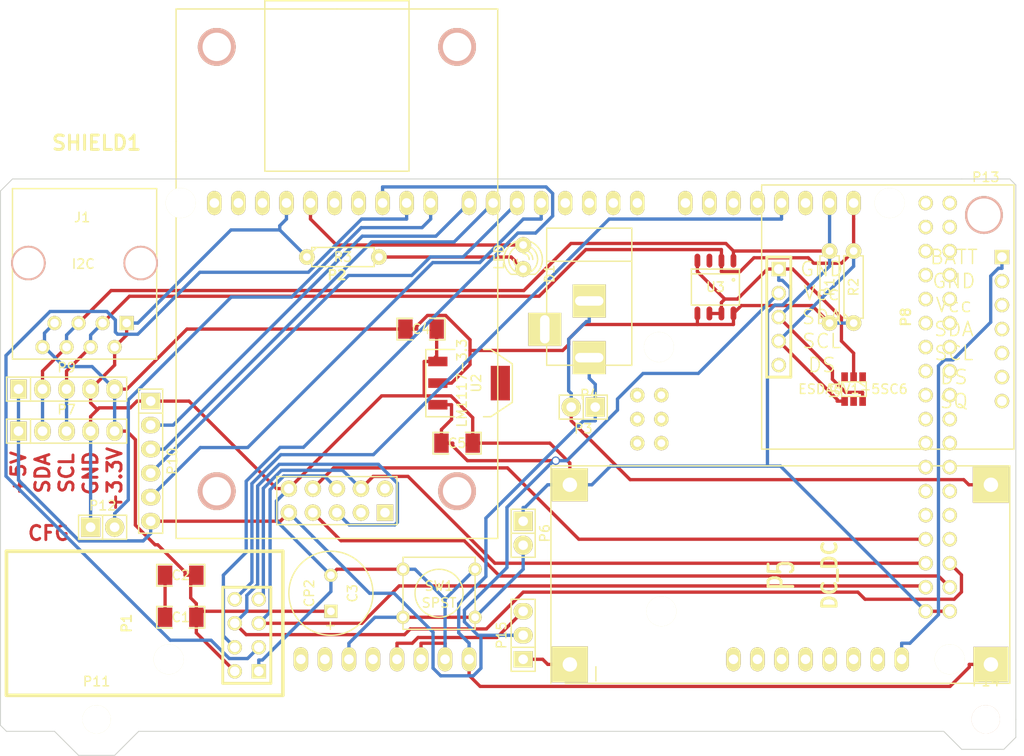
<source format=kicad_pcb>
(kicad_pcb (version 4) (host pcbnew "(2014-12-03 BZR 5311)-product")

  (general
    (links 92)
    (no_connects 0)
    (area 144.729999 21.456999 255.083094 103.82026)
    (thickness 1.6)
    (drawings 25)
    (tracks 391)
    (zones 0)
    (modules 30)
    (nets 28)
  )

  (page A4)
  (layers
    (0 F.Cu signal)
    (31 B.Cu signal)
    (32 B.Adhes user)
    (33 F.Adhes user)
    (34 B.Paste user)
    (35 F.Paste user)
    (36 B.SilkS user)
    (37 F.SilkS user)
    (38 B.Mask user)
    (39 F.Mask user)
    (40 Dwgs.User user)
    (41 Cmts.User user)
    (42 Eco1.User user)
    (43 Eco2.User user)
    (44 Edge.Cuts user)
    (45 Margin user)
    (46 B.CrtYd user)
    (47 F.CrtYd user)
    (48 B.Fab user)
    (49 F.Fab user)
  )

  (setup
    (last_trace_width 0.35)
    (trace_clearance 0.254)
    (zone_clearance 0.508)
    (zone_45_only no)
    (trace_min 0.35)
    (segment_width 0.2)
    (edge_width 0.1)
    (via_size 0.889)
    (via_drill 0.635)
    (via_min_size 0.889)
    (via_min_drill 0.508)
    (uvia_size 0.508)
    (uvia_drill 0.127)
    (uvias_allowed no)
    (uvia_min_size 0.508)
    (uvia_min_drill 0.127)
    (pcb_text_width 0.3)
    (pcb_text_size 1.5 1.5)
    (mod_edge_width 0.15)
    (mod_text_size 1 1)
    (mod_text_width 0.15)
    (pad_size 2.99974 2.99974)
    (pad_drill 2.99974)
    (pad_to_mask_clearance 0)
    (aux_axis_origin 0 0)
    (visible_elements 7FFFFFFF)
    (pcbplotparams
      (layerselection 0x00030_80000001)
      (usegerberextensions false)
      (excludeedgelayer true)
      (linewidth 0.100000)
      (plotframeref false)
      (viasonmask false)
      (mode 1)
      (useauxorigin false)
      (hpglpennumber 1)
      (hpglpenspeed 20)
      (hpglpendiameter 15)
      (hpglpenoverlay 2)
      (psnegative false)
      (psa4output false)
      (plotreference true)
      (plotvalue true)
      (plotinvisibletext false)
      (padsonsilk false)
      (subtractmaskfromsilk false)
      (outputformat 1)
      (mirror false)
      (drillshape 1)
      (scaleselection 1)
      (outputdirectory ""))
  )

  (net 0 "")
  (net 1 "Net-(C1-Pad1)")
  (net 2 "Net-(C1-Pad2)")
  (net 3 GND)
  (net 4 "Net-(C5-Pad1)")
  (net 5 "Net-(D1-Pad1)")
  (net 6 "Net-(D1-Pad2)")
  (net 7 "Net-(J1-Pad3)")
  (net 8 "Net-(J1-Pad5)")
  (net 9 "Net-(P1-Pad3)")
  (net 10 "Net-(P1-Pad4)")
  (net 11 "Net-(P1-Pad5)")
  (net 12 "Net-(P1-Pad6)")
  (net 13 "Net-(P1-Pad7)")
  (net 14 "Net-(P1-Pad8)")
  (net 15 "Net-(P2-Pad7)")
  (net 16 "Net-(P2-Pad8)")
  (net 17 "Net-(P3-Pad1)")
  (net 18 "Net-(P3-Pad2)")
  (net 19 "Net-(P6-Pad2)")
  (net 20 "Net-(P8-Pad6)")
  (net 21 "Net-(P10-Pad2)")
  (net 22 "Net-(P10-Pad3)")
  (net 23 "Net-(P10-Pad4)")
  (net 24 "Net-(P10-Pad5)")
  (net 25 "Net-(P12-Pad2)")
  (net 26 "Net-(P15-Pad1)")
  (net 27 "Net-(P15-Pad3)")

  (net_class Default "Questo è il gruppo di collegamenti predefinito"
    (clearance 0.254)
    (trace_width 0.35)
    (via_dia 0.889)
    (via_drill 0.635)
    (uvia_dia 0.508)
    (uvia_drill 0.127)
    (add_net GND)
    (add_net "Net-(C1-Pad1)")
    (add_net "Net-(C1-Pad2)")
    (add_net "Net-(C5-Pad1)")
    (add_net "Net-(D1-Pad1)")
    (add_net "Net-(D1-Pad2)")
    (add_net "Net-(J1-Pad3)")
    (add_net "Net-(J1-Pad5)")
    (add_net "Net-(P1-Pad3)")
    (add_net "Net-(P1-Pad4)")
    (add_net "Net-(P1-Pad5)")
    (add_net "Net-(P1-Pad6)")
    (add_net "Net-(P1-Pad7)")
    (add_net "Net-(P1-Pad8)")
    (add_net "Net-(P10-Pad2)")
    (add_net "Net-(P10-Pad3)")
    (add_net "Net-(P10-Pad4)")
    (add_net "Net-(P10-Pad5)")
    (add_net "Net-(P12-Pad2)")
    (add_net "Net-(P15-Pad1)")
    (add_net "Net-(P15-Pad3)")
    (add_net "Net-(P2-Pad7)")
    (add_net "Net-(P2-Pad8)")
    (add_net "Net-(P3-Pad1)")
    (add_net "Net-(P3-Pad2)")
    (add_net "Net-(P6-Pad2)")
    (add_net "Net-(P8-Pad6)")
  )

  (module Rmap:ARDUINO_MEGA_SHIELD (layer F.Cu) (tedit 54E63166) (tstamp 54E636BD)
    (at 148.59 93.98)
    (descr http://www.thingiverse.com/thing:9630)
    (path /54E0A8A0)
    (fp_text reference SHIELD1 (at 6.35 -57.15) (layer F.SilkS)
      (effects (font (thickness 0.3048)))
    )
    (fp_text value ARDUINO_MEGA_SHIELD (at 13.97 -54.61) (layer F.SilkS) hide
      (effects (font (thickness 0.3048)))
    )
    (fp_line (start 0 -12.7) (end 12.065 -12.7) (layer Cmts.User) (width 0.127))
    (fp_line (start 12.065 -12.7) (end 12.065 0) (layer Cmts.User) (width 0.127))
    (fp_line (start 99.06 0) (end 0 0) (layer Cmts.User) (width 0.381))
    (fp_line (start 97.79 -53.34) (end 0 -53.34) (layer Cmts.User) (width 0.381))
    (fp_line (start 99.06 -40.64) (end 99.06 -52.07) (layer Cmts.User) (width 0.381))
    (fp_line (start 99.06 -52.07) (end 97.79 -53.34) (layer Cmts.User) (width 0.381))
    (fp_line (start 0 0) (end 0 -53.34) (layer Cmts.User) (width 0.381))
    (fp_line (start 99.06 -40.64) (end 101.6 -38.1) (layer Cmts.User) (width 0.381))
    (fp_line (start 101.6 -38.1) (end 101.6 -5.08) (layer Cmts.User) (width 0.381))
    (fp_line (start 101.6 -5.08) (end 99.06 -2.54) (layer Cmts.User) (width 0.381))
    (fp_line (start 99.06 -2.54) (end 99.06 0) (layer Cmts.User) (width 0.381))
    (pad 14 thru_hole oval (at 68.58 -50.8 90) (size 2.54 1.524) (drill 1.016) (layers *.Cu *.Mask F.SilkS))
    (pad 15 thru_hole oval (at 71.12 -50.8 90) (size 2.54 1.524) (drill 1.016) (layers *.Cu *.Mask F.SilkS))
    (pad 16 thru_hole oval (at 73.66 -50.8 90) (size 2.54 1.524) (drill 1.016) (layers *.Cu *.Mask F.SilkS))
    (pad 17 thru_hole oval (at 76.2 -50.8 90) (size 2.54 1.524) (drill 1.016) (layers *.Cu *.Mask F.SilkS))
    (pad 18 thru_hole oval (at 78.74 -50.8 90) (size 2.54 1.524) (drill 1.016) (layers *.Cu *.Mask F.SilkS)
      (net 14 "Net-(P1-Pad8)"))
    (pad 19 thru_hole oval (at 81.28 -50.8 90) (size 2.54 1.524) (drill 1.016) (layers *.Cu *.Mask F.SilkS))
    (pad 20 thru_hole oval (at 83.82 -50.8 90) (size 2.54 1.524) (drill 1.016) (layers *.Cu *.Mask F.SilkS)
      (net 8 "Net-(J1-Pad5)"))
    (pad 21 thru_hole oval (at 86.36 -50.8 90) (size 2.54 1.524) (drill 1.016) (layers *.Cu *.Mask F.SilkS)
      (net 7 "Net-(J1-Pad3)"))
    (pad AD15 thru_hole oval (at 91.44 -2.54 90) (size 2.54 1.524) (drill 1.016) (layers *.Cu *.Mask F.SilkS)
      (net 20 "Net-(P8-Pad6)"))
    (pad AD14 thru_hole oval (at 88.9 -2.54 90) (size 2.54 1.524) (drill 1.016) (layers *.Cu *.Mask F.SilkS))
    (pad AD13 thru_hole oval (at 86.36 -2.54 90) (size 2.54 1.524) (drill 1.016) (layers *.Cu *.Mask F.SilkS))
    (pad AD12 thru_hole oval (at 83.82 -2.54 90) (size 2.54 1.524) (drill 1.016) (layers *.Cu *.Mask F.SilkS))
    (pad AD8 thru_hole oval (at 73.66 -2.54 90) (size 2.54 1.524) (drill 1.016) (layers *.Cu *.Mask F.SilkS))
    (pad AD9 thru_hole oval (at 76.2 -2.54 90) (size 2.54 1.524) (drill 1.016) (layers *.Cu *.Mask F.SilkS))
    (pad AD10 thru_hole oval (at 78.74 -2.54 90) (size 2.54 1.524) (drill 1.016) (layers *.Cu *.Mask F.SilkS))
    (pad AD11 thru_hole oval (at 81.28 -2.54 90) (size 2.54 1.524) (drill 1.016) (layers *.Cu *.Mask F.SilkS))
    (pad V_IN thru_hole oval (at 45.72 -2.54 90) (size 2.54 1.524) (drill 1.016) (layers *.Cu *.Mask F.SilkS)
      (net 17 "Net-(P3-Pad1)"))
    (pad GND2 thru_hole oval (at 43.18 -2.54 90) (size 2.54 1.524) (drill 1.016) (layers *.Cu *.Mask F.SilkS)
      (net 3 GND))
    (pad GND1 thru_hole oval (at 40.64 -2.54 90) (size 2.54 1.524) (drill 1.016) (layers *.Cu *.Mask F.SilkS)
      (net 3 GND))
    (pad 3V3 thru_hole oval (at 35.56 -2.54 90) (size 2.54 1.524) (drill 1.016) (layers *.Cu *.Mask F.SilkS))
    (pad RST thru_hole oval (at 33.02 -2.54 90) (size 2.54 1.524) (drill 1.016) (layers *.Cu *.Mask F.SilkS)
      (net 19 "Net-(P6-Pad2)"))
    (pad 0 thru_hole oval (at 63.5 -50.8 90) (size 2.54 1.524) (drill 1.016) (layers *.Cu *.Mask F.SilkS))
    (pad 1 thru_hole oval (at 60.96 -50.8 90) (size 2.54 1.524) (drill 1.016) (layers *.Cu *.Mask F.SilkS))
    (pad 2 thru_hole oval (at 58.42 -50.8 90) (size 2.54 1.524) (drill 1.016) (layers *.Cu *.Mask F.SilkS))
    (pad 3 thru_hole oval (at 55.88 -50.8 90) (size 2.54 1.524) (drill 1.016) (layers *.Cu *.Mask F.SilkS))
    (pad 4 thru_hole oval (at 53.34 -50.8 90) (size 2.54 1.524) (drill 1.016) (layers *.Cu *.Mask F.SilkS)
      (net 24 "Net-(P10-Pad5)"))
    (pad 5 thru_hole oval (at 50.8 -50.8 90) (size 2.54 1.524) (drill 1.016) (layers *.Cu *.Mask F.SilkS)
      (net 23 "Net-(P10-Pad4)"))
    (pad 6 thru_hole oval (at 48.26 -50.8 90) (size 2.54 1.524) (drill 1.016) (layers *.Cu *.Mask F.SilkS)
      (net 22 "Net-(P10-Pad3)"))
    (pad 7 thru_hole oval (at 45.72 -50.8 90) (size 2.54 1.524) (drill 1.016) (layers *.Cu *.Mask F.SilkS)
      (net 21 "Net-(P10-Pad2)"))
    (pad 8 thru_hole oval (at 41.656 -50.8 90) (size 2.54 1.524) (drill 1.016) (layers *.Cu *.Mask F.SilkS)
      (net 25 "Net-(P12-Pad2)"))
    (pad 9 thru_hole oval (at 39.116 -50.8 90) (size 2.54 1.524) (drill 1.016) (layers *.Cu *.Mask F.SilkS)
      (net 9 "Net-(P1-Pad3)"))
    (pad 10 thru_hole oval (at 36.576 -50.8 90) (size 2.54 1.524) (drill 1.016) (layers *.Cu *.Mask F.SilkS)
      (net 10 "Net-(P1-Pad4)"))
    (pad 11 thru_hole oval (at 34.036 -50.8 90) (size 2.54 1.524) (drill 1.016) (layers *.Cu *.Mask F.SilkS))
    (pad 12 thru_hole oval (at 31.496 -50.8 90) (size 2.54 1.524) (drill 1.016) (layers *.Cu *.Mask F.SilkS))
    (pad 13 thru_hole oval (at 28.956 -50.8 90) (size 2.54 1.524) (drill 1.016) (layers *.Cu *.Mask F.SilkS)
      (net 5 "Net-(D1-Pad1)"))
    (pad GND3 thru_hole oval (at 26.416 -50.8 90) (size 2.54 1.524) (drill 1.016) (layers *.Cu *.Mask F.SilkS)
      (net 3 GND))
    (pad AREF thru_hole oval (at 23.876 -50.8 90) (size 2.54 1.524) (drill 1.016) (layers *.Cu *.Mask F.SilkS))
    (pad 5V thru_hole oval (at 38.1 -2.54 90) (size 2.54 1.524) (drill 1.016) (layers *.Cu *.Mask F.SilkS)
      (net 27 "Net-(P15-Pad3)"))
    (pad "" np_thru_hole circle (at 96.52 -2.54 90) (size 3.175 3.175) (drill 3.175) (layers *.Cu *.Mask F.SilkS))
    (pad "" np_thru_hole circle (at 90.17 -50.8 90) (size 3.175 3.175) (drill 3.175) (layers *.Cu *.Mask F.SilkS))
    (pad "" np_thru_hole circle (at 15.24 -50.8 90) (size 3.175 3.175) (drill 3.175) (layers *.Cu *.Mask F.SilkS))
    (pad "" np_thru_hole circle (at 13.97 -2.54 90) (size 3.175 3.175) (drill 3.175) (layers *.Cu *.Mask F.SilkS))
    (pad 22 thru_hole circle (at 93.98 -48.26) (size 1.524 1.524) (drill 1.016) (layers *.Cu *.Mask F.SilkS))
    (pad 23 thru_hole circle (at 96.52 -48.26) (size 1.524 1.524) (drill 1.016) (layers *.Cu *.Mask F.SilkS))
    (pad 24 thru_hole circle (at 93.98 -45.72) (size 1.524 1.524) (drill 1.016) (layers *.Cu *.Mask F.SilkS))
    (pad 25 thru_hole circle (at 96.52 -45.72) (size 1.524 1.524) (drill 1.016) (layers *.Cu *.Mask F.SilkS))
    (pad 26 thru_hole circle (at 93.98 -43.18) (size 1.524 1.524) (drill 1.016) (layers *.Cu *.Mask F.SilkS))
    (pad 27 thru_hole circle (at 96.52 -43.18) (size 1.524 1.524) (drill 1.016) (layers *.Cu *.Mask F.SilkS))
    (pad 28 thru_hole circle (at 93.98 -40.64) (size 1.524 1.524) (drill 1.016) (layers *.Cu *.Mask F.SilkS))
    (pad 29 thru_hole circle (at 96.52 -40.64) (size 1.524 1.524) (drill 1.016) (layers *.Cu *.Mask F.SilkS))
    (pad 5V_4 thru_hole circle (at 93.98 -50.8) (size 1.524 1.524) (drill 1.016) (layers *.Cu *.Mask F.SilkS))
    (pad 5V_5 thru_hole circle (at 96.52 -50.8) (size 1.524 1.524) (drill 1.016) (layers *.Cu *.Mask F.SilkS))
    (pad 31 thru_hole circle (at 96.52 -38.1) (size 1.524 1.524) (drill 1.016) (layers *.Cu *.Mask F.SilkS))
    (pad 30 thru_hole circle (at 93.98 -38.1) (size 1.524 1.524) (drill 1.016) (layers *.Cu *.Mask F.SilkS))
    (pad 32 thru_hole circle (at 93.98 -35.56) (size 1.524 1.524) (drill 1.016) (layers *.Cu *.Mask F.SilkS))
    (pad 33 thru_hole circle (at 96.52 -35.56) (size 1.524 1.524) (drill 1.016) (layers *.Cu *.Mask F.SilkS))
    (pad 34 thru_hole circle (at 93.98 -33.02) (size 1.524 1.524) (drill 1.016) (layers *.Cu *.Mask F.SilkS))
    (pad 35 thru_hole circle (at 96.52 -33.02) (size 1.524 1.524) (drill 1.016) (layers *.Cu *.Mask F.SilkS))
    (pad 36 thru_hole circle (at 93.98 -30.48) (size 1.524 1.524) (drill 1.016) (layers *.Cu *.Mask F.SilkS))
    (pad 37 thru_hole circle (at 96.52 -30.48) (size 1.524 1.524) (drill 1.016) (layers *.Cu *.Mask F.SilkS))
    (pad 38 thru_hole circle (at 93.98 -27.94) (size 1.524 1.524) (drill 1.016) (layers *.Cu *.Mask F.SilkS))
    (pad 39 thru_hole circle (at 96.52 -27.94) (size 1.524 1.524) (drill 1.016) (layers *.Cu *.Mask F.SilkS))
    (pad 40 thru_hole circle (at 93.98 -25.4) (size 1.524 1.524) (drill 1.016) (layers *.Cu *.Mask F.SilkS))
    (pad 41 thru_hole circle (at 96.52 -25.4) (size 1.524 1.524) (drill 1.016) (layers *.Cu *.Mask F.SilkS))
    (pad 42 thru_hole circle (at 93.98 -22.86) (size 1.524 1.524) (drill 1.016) (layers *.Cu *.Mask F.SilkS))
    (pad 43 thru_hole circle (at 96.52 -22.86) (size 1.524 1.524) (drill 1.016) (layers *.Cu *.Mask F.SilkS))
    (pad 44 thru_hole circle (at 93.98 -20.32) (size 1.524 1.524) (drill 1.016) (layers *.Cu *.Mask F.SilkS))
    (pad 45 thru_hole circle (at 96.52 -20.32) (size 1.524 1.524) (drill 1.016) (layers *.Cu *.Mask F.SilkS))
    (pad 46 thru_hole circle (at 93.98 -17.78) (size 1.524 1.524) (drill 1.016) (layers *.Cu *.Mask F.SilkS))
    (pad 47 thru_hole circle (at 96.52 -17.78) (size 1.524 1.524) (drill 1.016) (layers *.Cu *.Mask F.SilkS))
    (pad 48 thru_hole circle (at 93.98 -15.24) (size 1.524 1.524) (drill 1.016) (layers *.Cu *.Mask F.SilkS)
      (net 16 "Net-(P2-Pad8)"))
    (pad 49 thru_hole circle (at 96.52 -15.24) (size 1.524 1.524) (drill 1.016) (layers *.Cu *.Mask F.SilkS))
    (pad 50 thru_hole circle (at 93.98 -12.7) (size 1.524 1.524) (drill 1.016) (layers *.Cu *.Mask F.SilkS)
      (net 13 "Net-(P1-Pad7)"))
    (pad 51 thru_hole circle (at 96.52 -12.7) (size 1.524 1.524) (drill 1.016) (layers *.Cu *.Mask F.SilkS)
      (net 12 "Net-(P1-Pad6)"))
    (pad 52 thru_hole circle (at 93.98 -10.16) (size 1.524 1.524) (drill 1.016) (layers *.Cu *.Mask F.SilkS)
      (net 11 "Net-(P1-Pad5)"))
    (pad 53 thru_hole circle (at 96.52 -10.16) (size 1.524 1.524) (drill 1.016) (layers *.Cu *.Mask F.SilkS)
      (net 15 "Net-(P2-Pad7)"))
    (pad GND4 thru_hole circle (at 93.98 -7.62) (size 1.524 1.524) (drill 1.016) (layers *.Cu *.Mask F.SilkS)
      (net 3 GND))
    (pad GND5 thru_hole circle (at 96.52 -7.62) (size 1.524 1.524) (drill 1.016) (layers *.Cu *.Mask F.SilkS)
      (net 3 GND))
    (pad SP1 thru_hole circle (at 63.5 -30.48) (size 1.524 1.524) (drill 0.8128) (layers *.Cu *.Mask F.SilkS))
    (pad SP2 thru_hole circle (at 66.04 -30.48) (size 1.524 1.524) (drill 0.8128) (layers *.Cu *.Mask F.SilkS))
    (pad SP3 thru_hole circle (at 63.5 -27.94) (size 1.524 1.524) (drill 0.8128) (layers *.Cu *.Mask F.SilkS))
    (pad SP4 thru_hole circle (at 66.04 -27.94) (size 1.524 1.524) (drill 0.8128) (layers *.Cu *.Mask F.SilkS))
    (pad SP5 thru_hole circle (at 63.5 -25.4) (size 1.524 1.524) (drill 0.8128) (layers *.Cu *.Mask F.SilkS))
    (pad SP6 thru_hole circle (at 66.04 -25.4) (size 1.524 1.524) (drill 0.8128) (layers *.Cu *.Mask F.SilkS))
    (pad "" np_thru_hole circle (at 65.786 -35.56) (size 3.175 3.175) (drill 3.175) (layers *.Cu *.Mask F.SilkS))
    (pad "" np_thru_hole circle (at 66.04 -7.62) (size 3.175 3.175) (drill 3.175) (layers *.Cu *.Mask F.SilkS))
    (pad IO_R thru_hole oval (at 30.48 -2.54 90) (size 2.54 1.524) (drill 1.016) (layers *.Cu *.Mask F.SilkS))
    (pad NC thru_hole oval (at 27.94 -2.54 90) (size 2.54 1.524) (drill 1.016) (layers *.Cu *.Mask F.SilkS))
    (pad SDA thru_hole oval (at 21.336 -50.8 90) (size 2.54 1.524) (drill 1.016) (layers *.Cu *.Mask F.SilkS))
    (pad SCL thru_hole oval (at 18.796 -50.8 90) (size 2.54 1.524) (drill 1.016) (layers *.Cu *.Mask F.SilkS))
    (model packages3d\nick\ArduinoMegaShield.wrl
      (at (xyz 0 0 0))
      (scale (xyz 1 1 1))
      (rotate (xyz 0 0 0))
    )
  )

  (module SMD_Packages:SMD-1206 (layer F.Cu) (tedit 548D6D3F) (tstamp 548D6DC2)
    (at 163.83 86.995 180)
    (path /5484726E)
    (attr smd)
    (fp_text reference C1 (at 0 0 180) (layer F.SilkS)
      (effects (font (size 1 1) (thickness 0.15)))
    )
    (fp_text value CP2 (at 0 0 180) (layer F.SilkS) hide
      (effects (font (size 1 1) (thickness 0.15)))
    )
    (fp_line (start -2.54 -1.143) (end -2.54 1.143) (layer F.SilkS) (width 0.15))
    (fp_line (start -2.54 1.143) (end -0.889 1.143) (layer F.SilkS) (width 0.15))
    (fp_line (start 0.889 -1.143) (end 2.54 -1.143) (layer F.SilkS) (width 0.15))
    (fp_line (start 2.54 -1.143) (end 2.54 1.143) (layer F.SilkS) (width 0.15))
    (fp_line (start 2.54 1.143) (end 0.889 1.143) (layer F.SilkS) (width 0.15))
    (fp_line (start -0.889 -1.143) (end -2.54 -1.143) (layer F.SilkS) (width 0.15))
    (pad 1 smd rect (at -1.651 0 180) (size 1.524 2.032) (layers F.Cu F.Paste F.Mask)
      (net 1 "Net-(C1-Pad1)"))
    (pad 2 smd rect (at 1.651 0 180) (size 1.524 2.032) (layers F.Cu F.Paste F.Mask)
      (net 2 "Net-(C1-Pad2)"))
    (model SMD_Packages/SMD-1206.wrl
      (at (xyz 0 0 0))
      (scale (xyz 0.17 0.16 0.16))
      (rotate (xyz 0 0 0))
    )
  )

  (module SMD_Packages:SMD-1206 (layer F.Cu) (tedit 548D6D3F) (tstamp 548D6DC8)
    (at 163.83 82.55 180)
    (path /548471BF)
    (attr smd)
    (fp_text reference C2 (at 0 0 180) (layer F.SilkS)
      (effects (font (size 1 1) (thickness 0.15)))
    )
    (fp_text value C (at 0 0 180) (layer F.SilkS) hide
      (effects (font (size 1 1) (thickness 0.15)))
    )
    (fp_line (start -2.54 -1.143) (end -2.54 1.143) (layer F.SilkS) (width 0.15))
    (fp_line (start -2.54 1.143) (end -0.889 1.143) (layer F.SilkS) (width 0.15))
    (fp_line (start 0.889 -1.143) (end 2.54 -1.143) (layer F.SilkS) (width 0.15))
    (fp_line (start 2.54 -1.143) (end 2.54 1.143) (layer F.SilkS) (width 0.15))
    (fp_line (start 2.54 1.143) (end 0.889 1.143) (layer F.SilkS) (width 0.15))
    (fp_line (start -0.889 -1.143) (end -2.54 -1.143) (layer F.SilkS) (width 0.15))
    (pad 1 smd rect (at -1.651 0 180) (size 1.524 2.032) (layers F.Cu F.Paste F.Mask)
      (net 1 "Net-(C1-Pad1)"))
    (pad 2 smd rect (at 1.651 0 180) (size 1.524 2.032) (layers F.Cu F.Paste F.Mask)
      (net 2 "Net-(C1-Pad2)"))
    (model SMD_Packages/SMD-1206.wrl
      (at (xyz 0 0 0))
      (scale (xyz 0.17 0.16 0.16))
      (rotate (xyz 0 0 0))
    )
  )

  (module Discret:C1.5V8V (layer F.Cu) (tedit 548D6D3F) (tstamp 548D6DCE)
    (at 179.705 84.455 90)
    (path /54847234)
    (fp_text reference C3 (at 0 2.286 90) (layer F.SilkS)
      (effects (font (size 1 1) (thickness 0.15)))
    )
    (fp_text value CP2 (at 0 -2.286 90) (layer F.SilkS)
      (effects (font (size 1 1) (thickness 0.15)))
    )
    (fp_text user + (at -3.429 -0.127 90) (layer F.SilkS)
      (effects (font (size 1 1) (thickness 0.15)))
    )
    (fp_circle (center 0 0) (end 0 4.445) (layer F.SilkS) (width 0.15))
    (pad 1 thru_hole rect (at -1.905 0 90) (size 1.397 1.397) (drill 0.8128) (layers *.Cu *.Mask F.SilkS)
      (net 1 "Net-(C1-Pad1)"))
    (pad 2 thru_hole circle (at 1.905 0 90) (size 1.397 1.397) (drill 0.8128) (layers *.Cu *.Mask F.SilkS)
      (net 3 GND))
    (model Discret/C1.5V8V.wrl
      (at (xyz 0 0 0))
      (scale (xyz 1.5 1.5 1))
      (rotate (xyz 0 0 0))
    )
  )

  (module SMD_Packages:SMD-1206 (layer F.Cu) (tedit 548D6D3F) (tstamp 548D6DD4)
    (at 189.23 56.515)
    (path /5484BE53)
    (attr smd)
    (fp_text reference C4 (at 0 0) (layer F.SilkS)
      (effects (font (size 1 1) (thickness 0.15)))
    )
    (fp_text value C (at 0 0) (layer F.SilkS) hide
      (effects (font (size 1 1) (thickness 0.15)))
    )
    (fp_line (start -2.54 -1.143) (end -2.54 1.143) (layer F.SilkS) (width 0.15))
    (fp_line (start -2.54 1.143) (end -0.889 1.143) (layer F.SilkS) (width 0.15))
    (fp_line (start 0.889 -1.143) (end 2.54 -1.143) (layer F.SilkS) (width 0.15))
    (fp_line (start 2.54 -1.143) (end 2.54 1.143) (layer F.SilkS) (width 0.15))
    (fp_line (start 2.54 1.143) (end 0.889 1.143) (layer F.SilkS) (width 0.15))
    (fp_line (start -0.889 -1.143) (end -2.54 -1.143) (layer F.SilkS) (width 0.15))
    (pad 1 smd rect (at -1.651 0) (size 1.524 2.032) (layers F.Cu F.Paste F.Mask)
      (net 1 "Net-(C1-Pad1)"))
    (pad 2 smd rect (at 1.651 0) (size 1.524 2.032) (layers F.Cu F.Paste F.Mask)
      (net 3 GND))
    (model SMD_Packages/SMD-1206.wrl
      (at (xyz 0 0 0))
      (scale (xyz 0.17 0.16 0.16))
      (rotate (xyz 0 0 0))
    )
  )

  (module SMD_Packages:SMD-1206 (layer F.Cu) (tedit 548D6D3F) (tstamp 548D6DDA)
    (at 193.04 68.58)
    (path /5484BDC8)
    (attr smd)
    (fp_text reference C5 (at 0 0) (layer F.SilkS)
      (effects (font (size 1 1) (thickness 0.15)))
    )
    (fp_text value C (at 0 0) (layer F.SilkS) hide
      (effects (font (size 1 1) (thickness 0.15)))
    )
    (fp_line (start -2.54 -1.143) (end -2.54 1.143) (layer F.SilkS) (width 0.15))
    (fp_line (start -2.54 1.143) (end -0.889 1.143) (layer F.SilkS) (width 0.15))
    (fp_line (start 0.889 -1.143) (end 2.54 -1.143) (layer F.SilkS) (width 0.15))
    (fp_line (start 2.54 -1.143) (end 2.54 1.143) (layer F.SilkS) (width 0.15))
    (fp_line (start 2.54 1.143) (end 0.889 1.143) (layer F.SilkS) (width 0.15))
    (fp_line (start -0.889 -1.143) (end -2.54 -1.143) (layer F.SilkS) (width 0.15))
    (pad 1 smd rect (at -1.651 0) (size 1.524 2.032) (layers F.Cu F.Paste F.Mask)
      (net 4 "Net-(C5-Pad1)"))
    (pad 2 smd rect (at 1.651 0) (size 1.524 2.032) (layers F.Cu F.Paste F.Mask)
      (net 3 GND))
    (model SMD_Packages/SMD-1206.wrl
      (at (xyz 0 0 0))
      (scale (xyz 0.17 0.16 0.16))
      (rotate (xyz 0 0 0))
    )
  )

  (module LEDs:LED-3MM (layer F.Cu) (tedit 548D6D3F) (tstamp 548D6DE0)
    (at 200.025 48.895 270)
    (descr "LED 3mm - Lead pitch 100mil (2,54mm)")
    (tags "LED led 3mm 3MM 100mil 2,54mm")
    (path /548CF682)
    (fp_text reference D1 (at 1.778 -2.794 270) (layer F.SilkS)
      (effects (font (size 1 1) (thickness 0.15)))
    )
    (fp_text value LED (at 0 2.54 270) (layer F.SilkS)
      (effects (font (size 1 1) (thickness 0.15)))
    )
    (fp_line (start 1.8288 1.27) (end 1.8288 -1.27) (layer F.SilkS) (width 0.15))
    (fp_arc (start 0.254 0) (end -1.27 0) (angle 39.8) (layer F.SilkS) (width 0.15))
    (fp_arc (start 0.254 0) (end -0.88392 1.01092) (angle 41.6) (layer F.SilkS) (width 0.15))
    (fp_arc (start 0.254 0) (end 1.4097 -0.9906) (angle 40.6) (layer F.SilkS) (width 0.15))
    (fp_arc (start 0.254 0) (end 1.778 0) (angle 39.8) (layer F.SilkS) (width 0.15))
    (fp_arc (start 0.254 0) (end 0.254 -1.524) (angle 54.4) (layer F.SilkS) (width 0.15))
    (fp_arc (start 0.254 0) (end -0.9652 -0.9144) (angle 53.1) (layer F.SilkS) (width 0.15))
    (fp_arc (start 0.254 0) (end 1.45542 0.93472) (angle 52.1) (layer F.SilkS) (width 0.15))
    (fp_arc (start 0.254 0) (end 0.254 1.524) (angle 52.1) (layer F.SilkS) (width 0.15))
    (fp_arc (start 0.254 0) (end -0.381 0) (angle 90) (layer F.SilkS) (width 0.15))
    (fp_arc (start 0.254 0) (end -0.762 0) (angle 90) (layer F.SilkS) (width 0.15))
    (fp_arc (start 0.254 0) (end 0.889 0) (angle 90) (layer F.SilkS) (width 0.15))
    (fp_arc (start 0.254 0) (end 1.27 0) (angle 90) (layer F.SilkS) (width 0.15))
    (fp_arc (start 0.254 0) (end 0.254 -2.032) (angle 50.1) (layer F.SilkS) (width 0.15))
    (fp_arc (start 0.254 0) (end -1.5367 -0.95504) (angle 61.9) (layer F.SilkS) (width 0.15))
    (fp_arc (start 0.254 0) (end 1.8034 1.31064) (angle 49.7) (layer F.SilkS) (width 0.15))
    (fp_arc (start 0.254 0) (end 0.254 2.032) (angle 60.2) (layer F.SilkS) (width 0.15))
    (fp_arc (start 0.254 0) (end -1.778 0) (angle 28.3) (layer F.SilkS) (width 0.15))
    (fp_arc (start 0.254 0) (end -1.47574 1.06426) (angle 31.6) (layer F.SilkS) (width 0.15))
    (pad 1 thru_hole circle (at -1.27 0 270) (size 1.6764 1.6764) (drill 0.8128) (layers *.Cu *.Mask F.SilkS)
      (net 5 "Net-(D1-Pad1)"))
    (pad 2 thru_hole circle (at 1.27 0 270) (size 1.6764 1.6764) (drill 0.8128) (layers *.Cu *.Mask F.SilkS)
      (net 6 "Net-(D1-Pad2)"))
    (model LEDs/LED-3MM.wrl
      (at (xyz 0 0 0))
      (scale (xyz 1 1 1))
      (rotate (xyz 0 0 0))
    )
  )

  (module Connect:RJ45_8 (layer F.Cu) (tedit 548D6D3F) (tstamp 548D6DEE)
    (at 153.67 49.53 180)
    (tags RJ45)
    (path /54848597)
    (fp_text reference J1 (at 0.254 4.826 180) (layer F.SilkS)
      (effects (font (size 1 1) (thickness 0.15)))
    )
    (fp_text value I2C (at 0.14224 -0.1016 180) (layer F.SilkS)
      (effects (font (size 1 1) (thickness 0.15)))
    )
    (fp_line (start -7.62 7.874) (end 7.62 7.874) (layer F.SilkS) (width 0.15))
    (fp_line (start 7.62 7.874) (end 7.62 -10.16) (layer F.SilkS) (width 0.15))
    (fp_line (start 7.62 -10.16) (end -7.62 -10.16) (layer F.SilkS) (width 0.15))
    (fp_line (start -7.62 -10.16) (end -7.62 7.874) (layer F.SilkS) (width 0.15))
    (pad Hole np_thru_hole circle (at 5.93852 0 180) (size 3.64998 3.64998) (drill 3.2512) (layers *.Cu *.SilkS *.Mask))
    (pad Hole np_thru_hole circle (at -5.9309 0 180) (size 3.64998 3.64998) (drill 3.2512) (layers *.Cu *.SilkS *.Mask))
    (pad 1 thru_hole rect (at -4.445 -6.35 180) (size 1.50114 1.50114) (drill 0.89916) (layers *.Cu *.Mask F.SilkS)
      (net 3 GND))
    (pad 2 thru_hole circle (at -3.175 -8.89 180) (size 1.50114 1.50114) (drill 0.89916) (layers *.Cu *.Mask F.SilkS)
      (net 3 GND))
    (pad 3 thru_hole circle (at -1.905 -6.35 180) (size 1.50114 1.50114) (drill 0.89916) (layers *.Cu *.Mask F.SilkS)
      (net 7 "Net-(J1-Pad3)"))
    (pad 4 thru_hole circle (at -0.635 -8.89 180) (size 1.50114 1.50114) (drill 0.89916) (layers *.Cu *.Mask F.SilkS)
      (net 7 "Net-(J1-Pad3)"))
    (pad 5 thru_hole circle (at 0.635 -6.35 180) (size 1.50114 1.50114) (drill 0.89916) (layers *.Cu *.Mask F.SilkS)
      (net 8 "Net-(J1-Pad5)"))
    (pad 6 thru_hole circle (at 1.905 -8.89 180) (size 1.50114 1.50114) (drill 0.89916) (layers *.Cu *.Mask F.SilkS)
      (net 8 "Net-(J1-Pad5)"))
    (pad 7 thru_hole circle (at 3.175 -6.35 180) (size 1.50114 1.50114) (drill 0.89916) (layers *.Cu *.Mask F.SilkS)
      (net 1 "Net-(C1-Pad1)"))
    (pad 8 thru_hole circle (at 4.445 -8.89 180) (size 1.50114 1.50114) (drill 0.89916) (layers *.Cu *.Mask F.SilkS)
      (net 1 "Net-(C1-Pad1)"))
    (model Connect/RJ45_8.wrl
      (at (xyz 0 0 0))
      (scale (xyz 0.4 0.4 0.4))
      (rotate (xyz 0 0 0))
    )
  )

  (module Rmap:NRF24L01 (layer F.Cu) (tedit 53724BA0) (tstamp 548D6DFA)
    (at 174.625 95.25 90)
    (descr NRF24L01)
    (tags NRF24L01)
    (path /5484682C)
    (fp_text reference P1 (at 7.62 -16.51 90) (layer F.SilkS)
      (effects (font (size 1.016 1.016) (thickness 0.2032)))
    )
    (fp_text value NRF24L01_BRD (at 5.08 -11.43 90) (layer F.SilkS) hide
      (effects (font (size 1.016 1.016) (thickness 0.2032)))
    )
    (fp_line (start 0 0) (end 0 -29.21) (layer F.SilkS) (width 0.381))
    (fp_line (start 0 -29.21) (end 15.24 -29.21) (layer F.SilkS) (width 0.381))
    (fp_line (start 15.24 -29.21) (end 15.24 0) (layer F.SilkS) (width 0.381))
    (fp_line (start 15.24 0) (end 0 0) (layer F.SilkS) (width 0.381))
    (fp_line (start 1.27 -6.35) (end 11.43 -6.35) (layer F.SilkS) (width 0.3048))
    (fp_line (start 11.43 -6.35) (end 11.43 -1.27) (layer F.SilkS) (width 0.3048))
    (fp_line (start 11.43 -1.27) (end 1.27 -1.27) (layer F.SilkS) (width 0.3048))
    (fp_line (start 1.27 -1.27) (end 1.27 -6.35) (layer F.SilkS) (width 0.3048))
    (pad 1 thru_hole rect (at 2.54 -2.54 90) (size 1.524 1.524) (drill 1.016) (layers *.Cu *.Mask F.SilkS)
      (net 3 GND))
    (pad 2 thru_hole circle (at 2.54 -5.08 90) (size 1.524 1.524) (drill 1.016) (layers *.Cu *.Mask F.SilkS)
      (net 1 "Net-(C1-Pad1)"))
    (pad 3 thru_hole circle (at 5.08 -2.54 90) (size 1.524 1.524) (drill 1.016) (layers *.Cu *.Mask F.SilkS)
      (net 9 "Net-(P1-Pad3)"))
    (pad 4 thru_hole circle (at 5.08 -5.08 90) (size 1.524 1.524) (drill 1.016) (layers *.Cu *.Mask F.SilkS)
      (net 10 "Net-(P1-Pad4)"))
    (pad 5 thru_hole circle (at 7.62 -2.54 90) (size 1.524 1.524) (drill 1.016) (layers *.Cu *.Mask F.SilkS)
      (net 11 "Net-(P1-Pad5)"))
    (pad 6 thru_hole circle (at 7.62 -5.08 90) (size 1.524 1.524) (drill 1.016) (layers *.Cu *.Mask F.SilkS)
      (net 12 "Net-(P1-Pad6)"))
    (pad 7 thru_hole circle (at 10.16 -2.54 90) (size 1.524 1.524) (drill 1.016) (layers *.Cu *.Mask F.SilkS)
      (net 13 "Net-(P1-Pad7)"))
    (pad 8 thru_hole circle (at 10.16 -5.08 90) (size 1.524 1.524) (drill 1.016) (layers *.Cu *.Mask F.SilkS)
      (net 14 "Net-(P1-Pad8)"))
  )

  (module Pin_Headers:Pin_Header_Straight_1x02 (layer F.Cu) (tedit 548D6D3F) (tstamp 548D6E12)
    (at 206.375 64.77 180)
    (descr "Through hole pin header")
    (tags "pin header")
    (path /54849E63)
    (fp_text reference P3 (at 0 -2.286 180) (layer F.SilkS)
      (effects (font (size 1 1) (thickness 0.15)))
    )
    (fp_text value CONN_01X02 (at 0 0 180) (layer F.SilkS) hide
      (effects (font (size 1 1) (thickness 0.15)))
    )
    (fp_line (start 0 -1.27) (end 0 1.27) (layer F.SilkS) (width 0.15))
    (fp_line (start -2.54 -1.27) (end -2.54 1.27) (layer F.SilkS) (width 0.15))
    (fp_line (start -2.54 1.27) (end 0 1.27) (layer F.SilkS) (width 0.15))
    (fp_line (start 0 1.27) (end 2.54 1.27) (layer F.SilkS) (width 0.15))
    (fp_line (start 2.54 1.27) (end 2.54 -1.27) (layer F.SilkS) (width 0.15))
    (fp_line (start 2.54 -1.27) (end -2.54 -1.27) (layer F.SilkS) (width 0.15))
    (pad 1 thru_hole rect (at -1.27 0 180) (size 2.032 2.032) (drill 1.016) (layers *.Cu *.Mask F.SilkS)
      (net 17 "Net-(P3-Pad1)"))
    (pad 2 thru_hole oval (at 1.27 0 180) (size 2.032 2.032) (drill 1.016) (layers *.Cu *.Mask F.SilkS)
      (net 18 "Net-(P3-Pad2)"))
    (model Pin_Headers/Pin_Header_Straight_1x02.wrl
      (at (xyz 0 0 0))
      (scale (xyz 1 1 1))
      (rotate (xyz 0 0 0))
    )
  )

  (module Connect:BARREL_JACK (layer F.Cu) (tedit 548D6D3F) (tstamp 548D6E19)
    (at 207.01 53.34 270)
    (descr "DC Barrel Jack")
    (tags "Power Jack")
    (path /54849DFE)
    (fp_text reference P4 (at 10.09904 0 360) (layer F.SilkS)
      (effects (font (size 1 1) (thickness 0.15)))
    )
    (fp_text value CONN_01X03 (at 0 -5.99948 270) (layer F.SilkS) hide
      (effects (font (size 1 1) (thickness 0.15)))
    )
    (fp_line (start -4.0005 -4.50088) (end -4.0005 4.50088) (layer F.SilkS) (width 0.15))
    (fp_line (start -7.50062 -4.50088) (end -7.50062 4.50088) (layer F.SilkS) (width 0.15))
    (fp_line (start -7.50062 4.50088) (end 7.00024 4.50088) (layer F.SilkS) (width 0.15))
    (fp_line (start 7.00024 4.50088) (end 7.00024 -4.50088) (layer F.SilkS) (width 0.15))
    (fp_line (start 7.00024 -4.50088) (end -7.50062 -4.50088) (layer F.SilkS) (width 0.15))
    (pad 1 thru_hole rect (at 6.20014 0 270) (size 3.50012 3.50012) (drill oval 1.00076 2.99974) (layers *.Cu *.Mask F.SilkS)
      (net 17 "Net-(P3-Pad1)"))
    (pad 2 thru_hole rect (at 0.20066 0 270) (size 3.50012 3.50012) (drill oval 1.00076 2.99974) (layers *.Cu *.Mask F.SilkS)
      (net 18 "Net-(P3-Pad2)"))
    (pad 3 thru_hole rect (at 3.2004 4.699 270) (size 3.50012 3.50012) (drill oval 2.99974 1.00076) (layers *.Cu *.Mask F.SilkS))
  )

  (module Rmap:DC_DC (layer F.Cu) (tedit 548D6D21) (tstamp 548DD3D6)
    (at 251.46 93.98 90)
    (descr "DC_DC converter")
    (tags DC_DC)
    (path /54849BBA)
    (fp_text reference P5 (at 11.43 -24.13 90) (layer F.SilkS)
      (effects (font (size 2.6162 1.59766) (thickness 0.3048)))
    )
    (fp_text value DC_DC (at 11.43 -19.05 90) (layer F.SilkS)
      (effects (font (thickness 0.3048)))
    )
    (fp_line (start 23 -48.5) (end 23 -47) (layer F.SilkS) (width 0.15))
    (fp_line (start 0.25 -43.75) (end 1.75 -43.75) (layer F.SilkS) (width 0.15))
    (fp_line (start 0 0) (end 23 0) (layer F.SilkS) (width 0.15))
    (fp_line (start 0 -47) (end 0 0) (layer F.SilkS) (width 0.15))
    (fp_line (start 23 -48.5) (end 0 -48.5) (layer F.SilkS) (width 0.15))
    (fp_line (start 23 0) (end 23 -47) (layer F.SilkS) (width 0.15))
    (pad 2 thru_hole rect (at 21 -2 180) (size 3.81 3.81) (drill 1.524) (layers *.Cu *.Mask F.SilkS)
      (net 18 "Net-(P3-Pad2)"))
    (pad 3 thru_hole rect (at 2 -46.5 180) (size 3.81 3.79984) (drill 1.524) (layers *.Cu *.Mask F.SilkS)
      (net 26 "Net-(P15-Pad1)"))
    (pad 1 thru_hole rect (at 2 -2 180) (size 3.7 3.7) (drill 1.524) (layers *.Cu *.Mask F.SilkS)
      (net 17 "Net-(P3-Pad1)"))
    (pad 4 thru_hole rect (at 21 -46.5 90) (size 3.5 3.81) (drill 1.524) (layers *.Cu *.Mask F.SilkS)
      (net 3 GND))
    (model device/bornier_4.wrl
      (at (xyz 0 0 0))
      (scale (xyz 1 1 1))
      (rotate (xyz 0 0 0))
    )
  )

  (module Pin_Headers:Pin_Header_Straight_1x02 (layer F.Cu) (tedit 548D6D3F) (tstamp 548D6E27)
    (at 200.025 78.105 270)
    (descr "Through hole pin header")
    (tags "pin header")
    (path /548CE063)
    (fp_text reference P6 (at 0 -2.286 270) (layer F.SilkS)
      (effects (font (size 1 1) (thickness 0.15)))
    )
    (fp_text value CONN_01X02 (at 0 0 270) (layer F.SilkS) hide
      (effects (font (size 1 1) (thickness 0.15)))
    )
    (fp_line (start 0 -1.27) (end 0 1.27) (layer F.SilkS) (width 0.15))
    (fp_line (start -2.54 -1.27) (end -2.54 1.27) (layer F.SilkS) (width 0.15))
    (fp_line (start -2.54 1.27) (end 0 1.27) (layer F.SilkS) (width 0.15))
    (fp_line (start 0 1.27) (end 2.54 1.27) (layer F.SilkS) (width 0.15))
    (fp_line (start 2.54 1.27) (end 2.54 -1.27) (layer F.SilkS) (width 0.15))
    (fp_line (start 2.54 -1.27) (end -2.54 -1.27) (layer F.SilkS) (width 0.15))
    (pad 1 thru_hole rect (at -1.27 0 270) (size 2.032 2.032) (drill 1.016) (layers *.Cu *.Mask F.SilkS)
      (net 3 GND))
    (pad 2 thru_hole oval (at 1.27 0 270) (size 2.032 2.032) (drill 1.016) (layers *.Cu *.Mask F.SilkS)
      (net 19 "Net-(P6-Pad2)"))
    (model Pin_Headers/Pin_Header_Straight_1x02.wrl
      (at (xyz 0 0 0))
      (scale (xyz 1 1 1))
      (rotate (xyz 0 0 0))
    )
  )

  (module Pin_Headers:Pin_Header_Straight_1x06 (layer F.Cu) (tedit 548D6D3F) (tstamp 548D6E51)
    (at 160.655 70.485 270)
    (descr "Through hole pin header")
    (tags "pin header")
    (path /548CC869)
    (fp_text reference P10 (at 0 -2.286 270) (layer F.SilkS)
      (effects (font (size 1 1) (thickness 0.15)))
    )
    (fp_text value CONN_01X06 (at 0 0 270) (layer F.SilkS) hide
      (effects (font (size 1 1) (thickness 0.15)))
    )
    (fp_line (start -5.08 -1.27) (end 7.62 -1.27) (layer F.SilkS) (width 0.15))
    (fp_line (start 7.62 -1.27) (end 7.62 1.27) (layer F.SilkS) (width 0.15))
    (fp_line (start 7.62 1.27) (end -5.08 1.27) (layer F.SilkS) (width 0.15))
    (fp_line (start -7.62 -1.27) (end -5.08 -1.27) (layer F.SilkS) (width 0.15))
    (fp_line (start -5.08 -1.27) (end -5.08 1.27) (layer F.SilkS) (width 0.15))
    (fp_line (start -7.62 -1.27) (end -7.62 1.27) (layer F.SilkS) (width 0.15))
    (fp_line (start -7.62 1.27) (end -5.08 1.27) (layer F.SilkS) (width 0.15))
    (pad 1 thru_hole rect (at -6.35 0 270) (size 1.7272 2.032) (drill 1.016) (layers *.Cu *.Mask F.SilkS)
      (net 3 GND))
    (pad 2 thru_hole oval (at -3.81 0 270) (size 1.7272 2.032) (drill 1.016) (layers *.Cu *.Mask F.SilkS)
      (net 21 "Net-(P10-Pad2)"))
    (pad 3 thru_hole oval (at -1.27 0 270) (size 1.7272 2.032) (drill 1.016) (layers *.Cu *.Mask F.SilkS)
      (net 22 "Net-(P10-Pad3)"))
    (pad 4 thru_hole oval (at 1.27 0 270) (size 1.7272 2.032) (drill 1.016) (layers *.Cu *.Mask F.SilkS)
      (net 23 "Net-(P10-Pad4)"))
    (pad 5 thru_hole oval (at 3.81 0 270) (size 1.7272 2.032) (drill 1.016) (layers *.Cu *.Mask F.SilkS)
      (net 24 "Net-(P10-Pad5)"))
    (pad 6 thru_hole oval (at 6.35 0 270) (size 1.7272 2.032) (drill 1.016) (layers *.Cu *.Mask F.SilkS)
      (net 4 "Net-(C5-Pad1)"))
    (model Pin_Headers/Pin_Header_Straight_1x06.wrl
      (at (xyz 0 0 0))
      (scale (xyz 1 1 1))
      (rotate (xyz 0 0 0))
    )
  )

  (module Pin_Headers:Pin_Header_Straight_1x02 (layer F.Cu) (tedit 548D6D3F) (tstamp 548D6E57)
    (at 155.575 77.47)
    (descr "Through hole pin header")
    (tags "pin header")
    (path /54849046)
    (fp_text reference P12 (at 0 -2.286) (layer F.SilkS)
      (effects (font (size 1 1) (thickness 0.15)))
    )
    (fp_text value CONFIG (at 0 0) (layer F.SilkS) hide
      (effects (font (size 1 1) (thickness 0.15)))
    )
    (fp_line (start 0 -1.27) (end 0 1.27) (layer F.SilkS) (width 0.15))
    (fp_line (start -2.54 -1.27) (end -2.54 1.27) (layer F.SilkS) (width 0.15))
    (fp_line (start -2.54 1.27) (end 0 1.27) (layer F.SilkS) (width 0.15))
    (fp_line (start 0 1.27) (end 2.54 1.27) (layer F.SilkS) (width 0.15))
    (fp_line (start 2.54 1.27) (end 2.54 -1.27) (layer F.SilkS) (width 0.15))
    (fp_line (start 2.54 -1.27) (end -2.54 -1.27) (layer F.SilkS) (width 0.15))
    (pad 1 thru_hole rect (at -1.27 0) (size 2.032 2.032) (drill 1.016) (layers *.Cu *.Mask F.SilkS)
      (net 3 GND))
    (pad 2 thru_hole oval (at 1.27 0) (size 2.032 2.032) (drill 1.016) (layers *.Cu *.Mask F.SilkS)
      (net 25 "Net-(P12-Pad2)"))
    (model Pin_Headers/Pin_Header_Straight_1x02.wrl
      (at (xyz 0 0 0))
      (scale (xyz 1 1 1))
      (rotate (xyz 0 0 0))
    )
  )

  (module Discret:R3-LARGE_PADS (layer F.Cu) (tedit 548D6D3F) (tstamp 548D6E5D)
    (at 232.41 52.07 90)
    (descr "Resitance 3 pas")
    (tags R)
    (path /5484830C)
    (autoplace_cost180 10)
    (fp_text reference R1 (at 0 0 90) (layer F.SilkS)
      (effects (font (size 1 1) (thickness 0.15)))
    )
    (fp_text value R (at 0 0 90) (layer F.SilkS) hide
      (effects (font (size 1 1) (thickness 0.15)))
    )
    (fp_line (start -3.81 0) (end -3.302 0) (layer F.SilkS) (width 0.15))
    (fp_line (start 3.81 0) (end 3.302 0) (layer F.SilkS) (width 0.15))
    (fp_line (start 3.302 0) (end 3.302 -1.016) (layer F.SilkS) (width 0.15))
    (fp_line (start 3.302 -1.016) (end -3.302 -1.016) (layer F.SilkS) (width 0.15))
    (fp_line (start -3.302 -1.016) (end -3.302 1.016) (layer F.SilkS) (width 0.15))
    (fp_line (start -3.302 1.016) (end 3.302 1.016) (layer F.SilkS) (width 0.15))
    (fp_line (start 3.302 1.016) (end 3.302 0) (layer F.SilkS) (width 0.15))
    (fp_line (start -3.302 -0.508) (end -2.794 -1.016) (layer F.SilkS) (width 0.15))
    (pad 1 thru_hole circle (at -3.81 0 90) (size 1.651 1.651) (drill 0.8128) (layers *.Cu *.Mask F.SilkS)
      (net 1 "Net-(C1-Pad1)"))
    (pad 2 thru_hole circle (at 3.81 0 90) (size 1.651 1.651) (drill 0.8128) (layers *.Cu *.Mask F.SilkS)
      (net 8 "Net-(J1-Pad5)"))
    (model Discret/R3-LARGE_PADS.wrl
      (at (xyz 0 0 0))
      (scale (xyz 0.3 0.3 0.3))
      (rotate (xyz 0 0 0))
    )
  )

  (module Discret:R3-LARGE_PADS (layer F.Cu) (tedit 548D6D3F) (tstamp 548D6E63)
    (at 234.95 52.07 90)
    (descr "Resitance 3 pas")
    (tags R)
    (path /548482B2)
    (autoplace_cost180 10)
    (fp_text reference R2 (at 0 0 90) (layer F.SilkS)
      (effects (font (size 1 1) (thickness 0.15)))
    )
    (fp_text value R (at 0 0 90) (layer F.SilkS) hide
      (effects (font (size 1 1) (thickness 0.15)))
    )
    (fp_line (start -3.81 0) (end -3.302 0) (layer F.SilkS) (width 0.15))
    (fp_line (start 3.81 0) (end 3.302 0) (layer F.SilkS) (width 0.15))
    (fp_line (start 3.302 0) (end 3.302 -1.016) (layer F.SilkS) (width 0.15))
    (fp_line (start 3.302 -1.016) (end -3.302 -1.016) (layer F.SilkS) (width 0.15))
    (fp_line (start -3.302 -1.016) (end -3.302 1.016) (layer F.SilkS) (width 0.15))
    (fp_line (start -3.302 1.016) (end 3.302 1.016) (layer F.SilkS) (width 0.15))
    (fp_line (start 3.302 1.016) (end 3.302 0) (layer F.SilkS) (width 0.15))
    (fp_line (start -3.302 -0.508) (end -2.794 -1.016) (layer F.SilkS) (width 0.15))
    (pad 1 thru_hole circle (at -3.81 0 90) (size 1.651 1.651) (drill 0.8128) (layers *.Cu *.Mask F.SilkS)
      (net 1 "Net-(C1-Pad1)"))
    (pad 2 thru_hole circle (at 3.81 0 90) (size 1.651 1.651) (drill 0.8128) (layers *.Cu *.Mask F.SilkS)
      (net 7 "Net-(J1-Pad3)"))
    (model Discret/R3-LARGE_PADS.wrl
      (at (xyz 0 0 0))
      (scale (xyz 0.3 0.3 0.3))
      (rotate (xyz 0 0 0))
    )
  )

  (module Discret:R3-LARGE_PADS (layer F.Cu) (tedit 548D6D3F) (tstamp 548D6E69)
    (at 180.975 48.895)
    (descr "Resitance 3 pas")
    (tags R)
    (path /548CF715)
    (autoplace_cost180 10)
    (fp_text reference R3 (at 0 0) (layer F.SilkS)
      (effects (font (size 1 1) (thickness 0.15)))
    )
    (fp_text value R (at 0 0) (layer F.SilkS) hide
      (effects (font (size 1 1) (thickness 0.15)))
    )
    (fp_line (start -3.81 0) (end -3.302 0) (layer F.SilkS) (width 0.15))
    (fp_line (start 3.81 0) (end 3.302 0) (layer F.SilkS) (width 0.15))
    (fp_line (start 3.302 0) (end 3.302 -1.016) (layer F.SilkS) (width 0.15))
    (fp_line (start 3.302 -1.016) (end -3.302 -1.016) (layer F.SilkS) (width 0.15))
    (fp_line (start -3.302 -1.016) (end -3.302 1.016) (layer F.SilkS) (width 0.15))
    (fp_line (start -3.302 1.016) (end 3.302 1.016) (layer F.SilkS) (width 0.15))
    (fp_line (start 3.302 1.016) (end 3.302 0) (layer F.SilkS) (width 0.15))
    (fp_line (start -3.302 -0.508) (end -2.794 -1.016) (layer F.SilkS) (width 0.15))
    (pad 1 thru_hole circle (at -3.81 0) (size 1.651 1.651) (drill 0.8128) (layers *.Cu *.Mask F.SilkS)
      (net 3 GND))
    (pad 2 thru_hole circle (at 3.81 0) (size 1.651 1.651) (drill 0.8128) (layers *.Cu *.Mask F.SilkS)
      (net 6 "Net-(D1-Pad2)"))
    (model Discret/R3-LARGE_PADS.wrl
      (at (xyz 0 0 0))
      (scale (xyz 0.3 0.3 0.3))
      (rotate (xyz 0 0 0))
    )
  )

  (module Discret:SW_PUSH_SMALL (layer F.Cu) (tedit 548D6D3F) (tstamp 548D6ED7)
    (at 191.135 84.455)
    (path /5484991E)
    (fp_text reference SW1 (at 0 -0.762) (layer F.SilkS)
      (effects (font (size 1 1) (thickness 0.15)))
    )
    (fp_text value SPST (at 0 1.016) (layer F.SilkS)
      (effects (font (size 1 1) (thickness 0.15)))
    )
    (fp_circle (center 0 0) (end 0 -2.54) (layer F.SilkS) (width 0.15))
    (fp_line (start -3.81 -3.81) (end 3.81 -3.81) (layer F.SilkS) (width 0.15))
    (fp_line (start 3.81 -3.81) (end 3.81 3.81) (layer F.SilkS) (width 0.15))
    (fp_line (start 3.81 3.81) (end -3.81 3.81) (layer F.SilkS) (width 0.15))
    (fp_line (start -3.81 -3.81) (end -3.81 3.81) (layer F.SilkS) (width 0.15))
    (pad 1 thru_hole circle (at 3.81 -2.54) (size 1.397 1.397) (drill 0.8128) (layers *.Cu *.Mask F.SilkS)
      (net 3 GND))
    (pad 2 thru_hole circle (at 3.81 2.54) (size 1.397 1.397) (drill 0.8128) (layers *.Cu *.Mask F.SilkS)
      (net 19 "Net-(P6-Pad2)"))
    (pad 1 thru_hole circle (at -3.81 -2.54) (size 1.397 1.397) (drill 0.8128) (layers *.Cu *.Mask F.SilkS)
      (net 3 GND))
    (pad 2 thru_hole circle (at -3.81 2.54) (size 1.397 1.397) (drill 0.8128) (layers *.Cu *.Mask F.SilkS)
      (net 19 "Net-(P6-Pad2)"))
  )

  (module SMD_Packages:SOT-23-6 (layer F.Cu) (tedit 548D6D3F) (tstamp 548D6EE1)
    (at 234.95 62.865 180)
    (path /548CBC48)
    (fp_text reference U1 (at 1.99898 0 270) (layer F.SilkS)
      (effects (font (size 1 1) (thickness 0.15)))
    )
    (fp_text value ESDA6V1-5SC6 (at 0.0635 0 180) (layer F.SilkS)
      (effects (font (size 1 1) (thickness 0.15)))
    )
    (fp_line (start -0.508 0.762) (end -1.27 0.254) (layer F.SilkS) (width 0.15))
    (fp_line (start 1.27 0.762) (end -1.3335 0.762) (layer F.SilkS) (width 0.15))
    (fp_line (start -1.3335 0.762) (end -1.3335 -0.762) (layer F.SilkS) (width 0.15))
    (fp_line (start -1.3335 -0.762) (end 1.27 -0.762) (layer F.SilkS) (width 0.15))
    (fp_line (start 1.27 -0.762) (end 1.27 0.762) (layer F.SilkS) (width 0.15))
    (pad 6 smd rect (at -0.9525 -1.27 180) (size 0.70104 1.00076) (layers F.Cu F.Paste F.Mask)
      (net 8 "Net-(J1-Pad5)"))
    (pad 5 smd rect (at 0 -1.27 180) (size 0.70104 1.00076) (layers F.Cu F.Paste F.Mask))
    (pad 4 smd rect (at 0.9525 -1.27 180) (size 0.70104 1.00076) (layers F.Cu F.Paste F.Mask)
      (net 7 "Net-(J1-Pad3)"))
    (pad 3 smd rect (at 0.9525 1.27 180) (size 0.70104 1.00076) (layers F.Cu F.Paste F.Mask))
    (pad 2 smd rect (at 0 1.27 180) (size 0.70104 1.00076) (layers F.Cu F.Paste F.Mask)
      (net 3 GND))
    (pad 1 smd rect (at -0.9525 1.27 180) (size 0.70104 1.00076) (layers F.Cu F.Paste F.Mask))
    (model SMD_Packages/SOT-23-6.wrl
      (at (xyz 0 0 0))
      (scale (xyz 0.11 0.11 0.11))
      (rotate (xyz 0 0 0))
    )
  )

  (module SMD_Packages:SOT-223 (layer F.Cu) (tedit 548D6D3F) (tstamp 548D6EE9)
    (at 194.31 62.23 270)
    (descr "module CMS SOT223 4 pins")
    (tags "CMS SOT")
    (path /5484B372)
    (attr smd)
    (fp_text reference U2 (at 0 -0.762 270) (layer F.SilkS)
      (effects (font (size 1 1) (thickness 0.15)))
    )
    (fp_text value LM1117-3.3 (at 0 0.762 270) (layer F.SilkS)
      (effects (font (size 1 1) (thickness 0.15)))
    )
    (fp_line (start -3.556 1.524) (end -3.556 4.572) (layer F.SilkS) (width 0.15))
    (fp_line (start -3.556 4.572) (end 3.556 4.572) (layer F.SilkS) (width 0.15))
    (fp_line (start 3.556 4.572) (end 3.556 1.524) (layer F.SilkS) (width 0.15))
    (fp_line (start -3.556 -1.524) (end -3.556 -2.286) (layer F.SilkS) (width 0.15))
    (fp_line (start -3.556 -2.286) (end -2.032 -4.572) (layer F.SilkS) (width 0.15))
    (fp_line (start -2.032 -4.572) (end 2.032 -4.572) (layer F.SilkS) (width 0.15))
    (fp_line (start 2.032 -4.572) (end 3.556 -2.286) (layer F.SilkS) (width 0.15))
    (fp_line (start 3.556 -2.286) (end 3.556 -1.524) (layer F.SilkS) (width 0.15))
    (pad 4 smd rect (at 0 -3.302 270) (size 3.6576 2.032) (layers F.Cu F.Paste F.Mask))
    (pad 2 smd rect (at 0 3.302 270) (size 1.016 2.032) (layers F.Cu F.Paste F.Mask)
      (net 1 "Net-(C1-Pad1)"))
    (pad 3 smd rect (at 2.286 3.302 270) (size 1.016 2.032) (layers F.Cu F.Paste F.Mask)
      (net 4 "Net-(C5-Pad1)"))
    (pad 1 smd rect (at -2.286 3.302 270) (size 1.016 2.032) (layers F.Cu F.Paste F.Mask)
      (net 3 GND))
    (model SMD_Packages/SOT-223.wrl
      (at (xyz 0 0 0))
      (scale (xyz 0.4 0.4 0.4))
      (rotate (xyz 0 0 0))
    )
  )

  (module Mounting_Holes:MountingHole_3mm (layer F.Cu) (tedit 548DAD47) (tstamp 548DAC6A)
    (at 154.94 97.79)
    (descr "Mounting hole, Befestigungsbohrung, 3mm, No Annular, Kein Restring,")
    (tags "Mounting hole, Befestigungsbohrung, 3mm, No Annular, Kein Restring,")
    (path /548DACD4)
    (fp_text reference P11 (at 0 -4.0005) (layer F.SilkS)
      (effects (font (size 1 1) (thickness 0.15)))
    )
    (fp_text value CONN_01X01 (at 1.00076 5.00126) (layer F.SilkS) hide
      (effects (font (size 1 1) (thickness 0.15)))
    )
    (fp_circle (center 0 0) (end 2.99974 0) (layer Cmts.User) (width 0.381))
    (pad "" np_thru_hole circle (at 0 0) (size 2.99974 2.99974) (drill 2.99974) (layers *.Cu *.Mask F.SilkS))
  )

  (module Mounting_Holes:MountingHole_3mm (layer F.Cu) (tedit 548DAD3E) (tstamp 548E04EB)
    (at 248.92 44.45)
    (descr "Mounting hole, Befestigungsbohrung, 3mm, No Annular, Kein Restring,")
    (tags "Mounting hole, Befestigungsbohrung, 3mm, No Annular, Kein Restring,")
    (path /548DAD07)
    (fp_text reference P13 (at 0 -4.0005) (layer F.SilkS)
      (effects (font (size 1 1) (thickness 0.15)))
    )
    (fp_text value CONN_01X01 (at 1.00076 5.00126) (layer F.SilkS) hide
      (effects (font (size 1 1) (thickness 0.15)))
    )
    (fp_circle (center 0 0) (end 2.99974 0) (layer Cmts.User) (width 0.381))
    (pad "" np_thru_hole circle (at 0 0) (size 2.99974 2.99974) (drill 2.99974) (layers *.Cu *.SilkS *.Mask))
  )

  (module Rmap:ENC28J60_capovolto (layer F.Cu) (tedit 548DB75E) (tstamp 548DCA83)
    (at 180.34 73.66)
    (descr ENC28J60)
    (tags ENC28J60)
    (path /54846911)
    (fp_text reference P2 (at 0 -22.86) (layer F.SilkS)
      (effects (font (size 1.016 1.016) (thickness 0.2032)))
    )
    (fp_text value ENC28J60_BRD (at 0 -19.05) (layer F.SilkS) hide
      (effects (font (size 1.016 1.016) (thickness 0.2032)))
    )
    (fp_line (start -17 -37) (end -17 5) (layer F.SilkS) (width 0.15))
    (fp_line (start -17 -51) (end -17 -37) (layer F.SilkS) (width 0.15))
    (fp_line (start 17 -51) (end 17 -37) (layer F.SilkS) (width 0.15))
    (fp_line (start 0 -51) (end -17 -51) (layer F.SilkS) (width 0.15))
    (fp_line (start 0 -51) (end 17 -51) (layer F.SilkS) (width 0.15))
    (fp_line (start 17 5) (end 17 -37) (layer F.SilkS) (width 0.15))
    (fp_line (start -17 5) (end 17 5) (layer F.SilkS) (width 0.15))
    (fp_line (start 7.62 -51.874) (end -7.62 -51.874) (layer F.SilkS) (width 0.15))
    (fp_line (start -7.62 -51.874) (end -7.62 -33.84) (layer F.SilkS) (width 0.15))
    (fp_line (start -7.62 -33.84) (end 7.62 -33.84) (layer F.SilkS) (width 0.15))
    (fp_line (start 7.62 -33.84) (end 7.62 -51.874) (layer F.SilkS) (width 0.15))
    (fp_line (start -6.35 -1.54) (end 6.35 -1.54) (layer F.SilkS) (width 0.15))
    (fp_line (start 6.35 -1.54) (end 6.35 3.54) (layer F.SilkS) (width 0.15))
    (fp_line (start 6.35 3.54) (end -3.81 3.54) (layer F.SilkS) (width 0.15))
    (fp_line (start -6.35 -1.54) (end -6.35 1) (layer F.SilkS) (width 0.15))
    (fp_line (start -6.35 3.54) (end -3.81 3.54) (layer F.SilkS) (width 0.15))
    (fp_line (start -6.35 3.54) (end -6.35 1) (layer F.SilkS) (width 0.15))
    (pad 9 thru_hole circle (at -5.08 2.27) (size 1.7272 1.7272) (drill 1.016) (layers *.Cu *.Mask F.SilkS)
      (net 4 "Net-(C5-Pad1)"))
    (pad 10 thru_hole oval (at -5.08 -0.27) (size 1.7272 1.7272) (drill 1.016) (layers *.Cu *.Mask F.SilkS)
      (net 3 GND))
    (pad 7 thru_hole oval (at -2.54 2.27) (size 1.7272 1.7272) (drill 1.016) (layers *.Cu *.Mask F.SilkS)
      (net 15 "Net-(P2-Pad7)"))
    (pad 8 thru_hole oval (at -2.54 -0.27) (size 1.7272 1.7272) (drill 1.016) (layers *.Cu *.Mask F.SilkS)
      (net 16 "Net-(P2-Pad8)"))
    (pad 5 thru_hole oval (at 0 2.27) (size 1.7272 1.7272) (drill 1.016) (layers *.Cu *.Mask F.SilkS)
      (net 12 "Net-(P1-Pad6)"))
    (pad 6 thru_hole oval (at 0 -0.27) (size 1.7272 1.7272) (drill 1.016) (layers *.Cu *.Mask F.SilkS)
      (net 11 "Net-(P1-Pad5)"))
    (pad 3 thru_hole oval (at 2.54 2.27) (size 1.7272 1.7272) (drill 1.016) (layers *.Cu *.Mask F.SilkS))
    (pad 4 thru_hole oval (at 2.54 -0.27) (size 1.7272 1.7272) (drill 1.016) (layers *.Cu *.Mask F.SilkS)
      (net 13 "Net-(P1-Pad7)"))
    (pad 1 thru_hole rect (at 5.08 2.27) (size 1.7272 1.7272) (drill 1.016) (layers *.Cu *.Mask F.SilkS))
    (pad 2 thru_hole oval (at 5.08 -0.27) (size 1.7272 1.7272) (drill 1.016) (layers *.Cu *.Mask F.SilkS))
    (pad "" np_thru_hole circle (at 12.7 0) (size 4 4) (drill 3) (layers *.Cu *.SilkS *.Mask))
    (pad "" np_thru_hole circle (at -12.7 0) (size 4 4) (drill 3) (layers *.Cu *.SilkS *.Mask))
    (pad "" np_thru_hole circle (at 12.7 -46.99) (size 4 4) (drill 3) (layers *.Cu *.SilkS *.Mask))
    (pad "" np_thru_hole circle (at -12.7 -46.99) (size 4 4) (drill 3) (layers *.Cu *.SilkS *.Mask))
    (model pin_array/pins_array_5x2.wrl
      (at (xyz 0 0 0))
      (scale (xyz 1 1 1))
      (rotate (xyz 0 0 0))
    )
  )

  (module Rmap:RTC_0I2C_AT24C32_DS1307_capovolto (layer F.Cu) (tedit 548DCCF2) (tstamp 548DD312)
    (at 252.73 41.275 180)
    (descr "RTC I2C AT24C32 DS1307")
    (tags "RTC I2C AT24C32 DS1307")
    (path /54847CB6)
    (fp_text reference P8 (at 12.26 -13.97 270) (layer F.SilkS)
      (effects (font (size 1.016 1.016) (thickness 0.2032)))
    )
    (fp_text value RTC (at 14.8 -13.97 270) (layer F.SilkS) hide
      (effects (font (size 1.016 1.016) (thickness 0.2032)))
    )
    (fp_text user SQ (at 7.18 -22.86 180) (layer F.SilkS)
      (effects (font (size 1.5 1.5) (thickness 0.15)))
    )
    (fp_text user GND (at 7.18 -10.16 180) (layer F.SilkS)
      (effects (font (size 1.5 1.5) (thickness 0.15)))
    )
    (fp_text user Vcc (at 7.18 -12.7 180) (layer F.SilkS)
      (effects (font (size 1.5 1.5) (thickness 0.15)))
    )
    (fp_text user SDA (at 7.18 -15.24 180) (layer F.SilkS)
      (effects (font (size 1.5 1.5) (thickness 0.15)))
    )
    (fp_text user SCL (at 7.18 -17.78 180) (layer F.SilkS)
      (effects (font (size 1.5 1.5) (thickness 0.15)))
    )
    (fp_text user DS (at 7.18 -20.32 180) (layer F.SilkS)
      (effects (font (size 1.5 1.5) (thickness 0.15)))
    )
    (fp_text user BATT (at 7.18 -7.62 180) (layer F.SilkS)
      (effects (font (size 1.5 1.5) (thickness 0.15)))
    )
    (fp_text user DS (at 21.15 -19.05 180) (layer F.SilkS)
      (effects (font (size 1.5 1.5) (thickness 0.15)))
    )
    (fp_text user SCL (at 21.15 -16.51 180) (layer F.SilkS)
      (effects (font (size 1.5 1.5) (thickness 0.15)))
    )
    (fp_text user SDA (at 21.15 -13.97 180) (layer F.SilkS)
      (effects (font (size 1.5 1.5) (thickness 0.15)))
    )
    (fp_text user Vcc (at 21.15 -11.43 180) (layer F.SilkS)
      (effects (font (size 1.5 1.5) (thickness 0.15)))
    )
    (fp_text user GND (at 21.15 -8.89 180) (layer F.SilkS)
      (effects (font (size 1.5 1.5) (thickness 0.15)))
    )
    (fp_line (start 27.5 -27.94) (end 27.5 0) (layer F.SilkS) (width 0.15))
    (fp_line (start 0.83 -27.94) (end 27.5 -27.94) (layer F.SilkS) (width 0.15))
    (fp_line (start 0.83 0) (end 0.83 -27.94) (layer F.SilkS) (width 0.15))
    (fp_line (start 27.5 0) (end 0.83 0) (layer F.SilkS) (width 0.15))
    (fp_line (start 24.42 -7.62) (end 26.96 -7.62) (layer F.SilkS) (width 0.3048))
    (fp_line (start 26.96 -20.32) (end 24.42 -20.32) (layer F.SilkS) (width 0.3048))
    (fp_line (start 24.42 -7.62) (end 24.42 -20.32) (layer F.SilkS) (width 0.3048))
    (fp_line (start 26.96 -20.32) (end 26.96 -7.62) (layer F.SilkS) (width 0.3048))
    (pad 1 thru_hole rect (at 25.69 -8.89 270) (size 1.524 1.524) (drill 1.016) (layers *.Cu *.Mask F.SilkS)
      (net 3 GND))
    (pad 2 thru_hole circle (at 25.69 -11.43 270) (size 1.524 1.524) (drill 1.016) (layers *.Cu *.Mask F.SilkS)
      (net 4 "Net-(C5-Pad1)"))
    (pad 3 thru_hole circle (at 25.69 -13.97 270) (size 1.524 1.524) (drill 1.016) (layers *.Cu *.Mask F.SilkS)
      (net 8 "Net-(J1-Pad5)"))
    (pad 4 thru_hole circle (at 25.69 -16.51 270) (size 1.524 1.524) (drill 1.016) (layers *.Cu *.Mask F.SilkS)
      (net 7 "Net-(J1-Pad3)"))
    (pad 5 thru_hole circle (at 25.69 -19.05 270) (size 1.524 1.524) (drill 1.016) (layers *.Cu *.Mask F.SilkS))
    (pad "" np_thru_hole circle (at 4.005 -3.175 270) (size 4 4) (drill 3.5) (layers *.Cu *.SilkS *.Mask))
    (pad 7 thru_hole circle (at 2.1 -10.16 270) (size 1.524 1.524) (drill 1.016) (layers *.Cu *.Mask F.SilkS))
    (pad 8 thru_hole circle (at 2.1 -12.7 270) (size 1.524 1.524) (drill 1.016) (layers *.Cu *.Mask F.SilkS))
    (pad 9 thru_hole circle (at 2.1 -15.24 270) (size 1.524 1.524) (drill 1.016) (layers *.Cu *.Mask F.SilkS))
    (pad 10 thru_hole circle (at 2.1 -17.78 270) (size 1.524 1.524) (drill 1.016) (layers *.Cu *.Mask F.SilkS))
    (pad 11 thru_hole circle (at 2.1 -20.32 270) (size 1.524 1.524) (drill 1.016) (layers *.Cu *.Mask F.SilkS))
    (pad 6 thru_hole rect (at 2.1 -7.62 270) (size 1.524 1.524) (drill 1.016) (layers *.Cu *.Mask F.SilkS)
      (net 20 "Net-(P8-Pad6)"))
    (pad 12 thru_hole circle (at 2.1 -22.86 270) (size 1.524 1.524) (drill 1.016) (layers *.Cu *.Mask F.SilkS))
    (model pin_array/pins_array_5x1.wrl
      (at (xyz 0 0 0))
      (scale (xyz 1 1 1))
      (rotate (xyz 0 0 0))
    )
  )

  (module Mounting_Holes:MountingHole_3mm (layer F.Cu) (tedit 548DD498) (tstamp 548DD7A9)
    (at 248.92 97.79)
    (descr "Mounting hole, Befestigungsbohrung, 3mm, No Annular, Kein Restring,")
    (tags "Mounting hole, Befestigungsbohrung, 3mm, No Annular, Kein Restring,")
    (path /548DD5A1)
    (fp_text reference P14 (at 0 -4.0005) (layer F.SilkS)
      (effects (font (size 1 1) (thickness 0.15)))
    )
    (fp_text value CONN_01X01 (at 1.00076 5.00126) (layer F.SilkS) hide
      (effects (font (size 1 1) (thickness 0.15)))
    )
    (fp_circle (center 0 0) (end 2.99974 0) (layer Cmts.User) (width 0.381))
    (pad "" np_thru_hole circle (at 0 0) (size 2.99974 2.99974) (drill 2.99974) (layers *.Cu *.SilkS *.Mask))
  )

  (module Pin_Headers:Pin_Header_Straight_1x05 (layer F.Cu) (tedit 548DD00B) (tstamp 548DD9A3)
    (at 151.765 67.31)
    (descr "Through hole pin header")
    (tags "pin header")
    (path /548DDBBD)
    (fp_text reference P7 (at 0 -2.286) (layer F.SilkS)
      (effects (font (size 1 1) (thickness 0.15)))
    )
    (fp_text value CONN_01X05 (at 0 0) (layer F.SilkS) hide
      (effects (font (size 1 1) (thickness 0.15)))
    )
    (fp_line (start -3.81 -1.27) (end 6.35 -1.27) (layer F.SilkS) (width 0.15))
    (fp_line (start 6.35 -1.27) (end 6.35 1.27) (layer F.SilkS) (width 0.15))
    (fp_line (start 6.35 1.27) (end -3.81 1.27) (layer F.SilkS) (width 0.15))
    (fp_line (start -6.35 -1.27) (end -3.81 -1.27) (layer F.SilkS) (width 0.15))
    (fp_line (start -3.81 -1.27) (end -3.81 1.27) (layer F.SilkS) (width 0.15))
    (fp_line (start -6.35 -1.27) (end -6.35 1.27) (layer F.SilkS) (width 0.15))
    (fp_line (start -6.35 1.27) (end -3.81 1.27) (layer F.SilkS) (width 0.15))
    (pad 1 thru_hole rect (at -5.08 0) (size 1.7272 2.032) (drill 1.016) (layers *.Cu *.Mask F.SilkS)
      (net 4 "Net-(C5-Pad1)"))
    (pad 2 thru_hole oval (at -2.54 0) (size 1.7272 2.032) (drill 1.016) (layers *.Cu *.Mask F.SilkS)
      (net 8 "Net-(J1-Pad5)"))
    (pad 3 thru_hole oval (at 0 0) (size 1.7272 2.032) (drill 1.016) (layers *.Cu *.Mask F.SilkS)
      (net 7 "Net-(J1-Pad3)"))
    (pad 4 thru_hole oval (at 2.54 0) (size 1.7272 2.032) (drill 1.016) (layers *.Cu *.Mask F.SilkS)
      (net 3 GND))
    (pad 5 thru_hole oval (at 5.08 0) (size 1.7272 2.032) (drill 1.016) (layers *.Cu *.Mask F.SilkS)
      (net 1 "Net-(C1-Pad1)"))
    (model Pin_Headers/Pin_Header_Straight_1x05.wrl
      (at (xyz 0 0 0))
      (scale (xyz 1 1 1))
      (rotate (xyz 0 0 0))
    )
  )

  (module Pin_Headers:Pin_Header_Straight_1x05 (layer F.Cu) (tedit 548DD00B) (tstamp 548DD9AB)
    (at 151.765 62.865)
    (descr "Through hole pin header")
    (tags "pin header")
    (path /548DDC59)
    (fp_text reference P9 (at 0 -2.286) (layer F.SilkS)
      (effects (font (size 1 1) (thickness 0.15)))
    )
    (fp_text value CONN_01X05 (at 0 0) (layer F.SilkS) hide
      (effects (font (size 1 1) (thickness 0.15)))
    )
    (fp_line (start -3.81 -1.27) (end 6.35 -1.27) (layer F.SilkS) (width 0.15))
    (fp_line (start 6.35 -1.27) (end 6.35 1.27) (layer F.SilkS) (width 0.15))
    (fp_line (start 6.35 1.27) (end -3.81 1.27) (layer F.SilkS) (width 0.15))
    (fp_line (start -6.35 -1.27) (end -3.81 -1.27) (layer F.SilkS) (width 0.15))
    (fp_line (start -3.81 -1.27) (end -3.81 1.27) (layer F.SilkS) (width 0.15))
    (fp_line (start -6.35 -1.27) (end -6.35 1.27) (layer F.SilkS) (width 0.15))
    (fp_line (start -6.35 1.27) (end -3.81 1.27) (layer F.SilkS) (width 0.15))
    (pad 1 thru_hole rect (at -5.08 0) (size 1.7272 2.032) (drill 1.016) (layers *.Cu *.Mask F.SilkS)
      (net 4 "Net-(C5-Pad1)"))
    (pad 2 thru_hole oval (at -2.54 0) (size 1.7272 2.032) (drill 1.016) (layers *.Cu *.Mask F.SilkS)
      (net 8 "Net-(J1-Pad5)"))
    (pad 3 thru_hole oval (at 0 0) (size 1.7272 2.032) (drill 1.016) (layers *.Cu *.Mask F.SilkS)
      (net 7 "Net-(J1-Pad3)"))
    (pad 4 thru_hole oval (at 2.54 0) (size 1.7272 2.032) (drill 1.016) (layers *.Cu *.Mask F.SilkS)
      (net 3 GND))
    (pad 5 thru_hole oval (at 5.08 0) (size 1.7272 2.032) (drill 1.016) (layers *.Cu *.Mask F.SilkS)
      (net 1 "Net-(C1-Pad1)"))
    (model Pin_Headers/Pin_Header_Straight_1x05.wrl
      (at (xyz 0 0 0))
      (scale (xyz 1 1 1))
      (rotate (xyz 0 0 0))
    )
  )

  (module Power_Integrations:SO-8 (layer F.Cu) (tedit 54CCA27E) (tstamp 54CCA344)
    (at 220.345 52.07 180)
    (descr "SO-8 Surface Mount Small Outline 150mil 8pin Package")
    (tags "Power Integrations D Package")
    (path /548EFFE4)
    (fp_text reference U3 (at 0 0 180) (layer F.SilkS)
      (effects (font (size 1 1) (thickness 0.15)))
    )
    (fp_text value TMP275 (at 0 0 180) (layer F.SilkS) hide
      (effects (font (size 1 1) (thickness 0.15)))
    )
    (fp_circle (center -1.905 0.762) (end -1.778 0.762) (layer F.SilkS) (width 0.15))
    (fp_line (start -2.54 1.397) (end 2.54 1.397) (layer F.SilkS) (width 0.15))
    (fp_line (start -2.54 -1.905) (end 2.54 -1.905) (layer F.SilkS) (width 0.15))
    (fp_line (start -2.54 1.905) (end 2.54 1.905) (layer F.SilkS) (width 0.15))
    (fp_line (start -2.54 1.905) (end -2.54 -1.905) (layer F.SilkS) (width 0.15))
    (fp_line (start 2.54 1.905) (end 2.54 -1.905) (layer F.SilkS) (width 0.15))
    (pad 1 smd oval (at -1.905 2.794 180) (size 0.6096 1.4732) (layers F.Cu F.Paste F.Mask)
      (net 8 "Net-(J1-Pad5)"))
    (pad 2 smd oval (at -0.635 2.794 180) (size 0.6096 1.4732) (layers F.Cu F.Paste F.Mask)
      (net 7 "Net-(J1-Pad3)"))
    (pad 3 smd oval (at 0.635 2.794 180) (size 0.6096 1.4732) (layers F.Cu F.Paste F.Mask))
    (pad 4 smd oval (at 1.905 2.794 180) (size 0.6096 1.4732) (layers F.Cu F.Paste F.Mask)
      (net 3 GND))
    (pad 5 smd oval (at 1.905 -2.794 180) (size 0.6096 1.4732) (layers F.Cu F.Paste F.Mask)
      (net 1 "Net-(C1-Pad1)"))
    (pad 6 smd oval (at 0.635 -2.794 180) (size 0.6096 1.4732) (layers F.Cu F.Paste F.Mask)
      (net 3 GND))
    (pad 7 smd oval (at -0.635 -2.794 180) (size 0.6096 1.4732) (layers F.Cu F.Paste F.Mask)
      (net 3 GND))
    (pad 8 smd oval (at -1.905 -2.794 180) (size 0.6096 1.4732) (layers F.Cu F.Paste F.Mask)
      (net 1 "Net-(C1-Pad1)"))
  )

  (module Pin_Headers:Pin_Header_Straight_1x03 (layer F.Cu) (tedit 54E63078) (tstamp 54E634FA)
    (at 200.025 88.9 90)
    (descr "Through hole pin header")
    (tags "pin header")
    (path /54E07A86)
    (fp_text reference P15 (at 0 -2.286 90) (layer F.SilkS)
      (effects (font (size 1 1) (thickness 0.15)))
    )
    (fp_text value CONN_01X03 (at 0 0 90) (layer F.SilkS) hide
      (effects (font (size 1 1) (thickness 0.15)))
    )
    (fp_line (start -1.27 1.27) (end 3.81 1.27) (layer F.SilkS) (width 0.15))
    (fp_line (start 3.81 1.27) (end 3.81 -1.27) (layer F.SilkS) (width 0.15))
    (fp_line (start 3.81 -1.27) (end -1.27 -1.27) (layer F.SilkS) (width 0.15))
    (fp_line (start -3.81 -1.27) (end -1.27 -1.27) (layer F.SilkS) (width 0.15))
    (fp_line (start -1.27 -1.27) (end -1.27 1.27) (layer F.SilkS) (width 0.15))
    (fp_line (start -3.81 -1.27) (end -3.81 1.27) (layer F.SilkS) (width 0.15))
    (fp_line (start -3.81 1.27) (end -1.27 1.27) (layer F.SilkS) (width 0.15))
    (pad 1 thru_hole rect (at -2.54 0 90) (size 1.7272 2.032) (drill 1.016) (layers *.Cu *.Mask F.SilkS)
      (net 26 "Net-(P15-Pad1)"))
    (pad 2 thru_hole oval (at 0 0 90) (size 1.7272 2.032) (drill 1.016) (layers *.Cu *.Mask F.SilkS)
      (net 4 "Net-(C5-Pad1)"))
    (pad 3 thru_hole oval (at 2.54 0 90) (size 1.7272 2.032) (drill 1.016) (layers *.Cu *.Mask F.SilkS)
      (net 27 "Net-(P15-Pad3)"))
    (model Pin_Headers/Pin_Header_Straight_1x03.wrl
      (at (xyz 0 0 0))
      (scale (xyz 1 1 1))
      (rotate (xyz 0 0 0))
    )
  )

  (gr_text CFG (at 149.86 78.105) (layer F.Cu)
    (effects (font (size 1.5 1.5) (thickness 0.3)))
  )
  (gr_text SCL (at 151.765 71.755 90) (layer F.Cu)
    (effects (font (size 1.5 1.5) (thickness 0.3)))
  )
  (gr_text SDA (at 149.225 71.755 90) (layer F.Cu)
    (effects (font (size 1.5 1.5) (thickness 0.3)))
  )
  (gr_text +5V (at 146.685 71.755 90) (layer F.Cu)
    (effects (font (size 1.5 1.5) (thickness 0.3)))
  )
  (gr_text "+3.3V\n" (at 156.845 72.39 90) (layer F.Cu)
    (effects (font (size 1.5 1.5) (thickness 0.3)))
  )
  (gr_text GND (at 154.305 71.755 90) (layer F.Cu)
    (effects (font (size 1.5 1.5) (thickness 0.3)))
  )
  (gr_line (start 244.475 99.06) (end 159.385 99.06) (angle 90) (layer Edge.Cuts) (width 0.1))
  (gr_line (start 245.11 99.695) (end 244.475 99.06) (angle 90) (layer Edge.Cuts) (width 0.1))
  (gr_line (start 246.38 100.965) (end 245.11 99.695) (angle 90) (layer Edge.Cuts) (width 0.1))
  (gr_line (start 250.825 100.965) (end 246.38 100.965) (angle 90) (layer Edge.Cuts) (width 0.1))
  (gr_line (start 252.095 99.695) (end 250.825 100.965) (angle 90) (layer Edge.Cuts) (width 0.1))
  (gr_line (start 252.095 97.79) (end 252.095 99.695) (angle 90) (layer Edge.Cuts) (width 0.1))
  (gr_line (start 252.095 97.79) (end 252.095 41.275) (angle 90) (layer Edge.Cuts) (width 0.1))
  (gr_line (start 144.78 98.425) (end 144.78 94.615) (angle 90) (layer Edge.Cuts) (width 0.1))
  (gr_line (start 145.415 99.06) (end 144.78 98.425) (angle 90) (layer Edge.Cuts) (width 0.1))
  (gr_line (start 150.495 99.06) (end 145.415 99.06) (angle 90) (layer Edge.Cuts) (width 0.1))
  (gr_line (start 151.13 99.695) (end 150.495 99.06) (angle 90) (layer Edge.Cuts) (width 0.1))
  (gr_line (start 153.035 101.6) (end 151.13 99.695) (angle 90) (layer Edge.Cuts) (width 0.1))
  (gr_line (start 156.845 101.6) (end 153.035 101.6) (angle 90) (layer Edge.Cuts) (width 0.1))
  (gr_line (start 156.845 101.6) (end 159.385 99.06) (angle 90) (layer Edge.Cuts) (width 0.1))
  (gr_line (start 251.46 40.64) (end 252.095 41.275) (angle 90) (layer Edge.Cuts) (width 0.1))
  (gr_line (start 246.38 40.64) (end 251.46 40.64) (angle 90) (layer Edge.Cuts) (width 0.1))
  (gr_line (start 146.05 40.64) (end 246.38 40.64) (angle 90) (layer Edge.Cuts) (width 0.1))
  (gr_line (start 144.78 41.91) (end 146.05 40.64) (angle 90) (layer Edge.Cuts) (width 0.1))
  (gr_line (start 144.78 94.615) (end 144.78 41.91) (angle 90) (layer Edge.Cuts) (width 0.1))

  (segment (start 156.845 67.31) (end 156.845 62.865) (width 0.35) (layer B.Cu) (net 1))
  (segment (start 234.95 55.88) (end 232.41 55.88) (width 0.35) (layer B.Cu) (net 1))
  (segment (start 156.845 62.865) (end 158.1379 62.865) (width 0.35) (layer F.Cu) (net 1))
  (segment (start 149.4327 58.42) (end 149.225 58.42) (width 0.35) (layer B.Cu) (net 1))
  (segment (start 151.4992 60.4865) (end 149.4327 58.42) (width 0.35) (layer B.Cu) (net 1))
  (segment (start 154.4665 60.4865) (end 151.4992 60.4865) (width 0.35) (layer B.Cu) (net 1))
  (segment (start 156.845 62.865) (end 154.4665 60.4865) (width 0.35) (layer B.Cu) (net 1))
  (segment (start 149.4327 56.9423) (end 150.495 55.88) (width 0.35) (layer B.Cu) (net 1))
  (segment (start 149.4327 58.42) (end 149.4327 56.9423) (width 0.35) (layer B.Cu) (net 1))
  (segment (start 164.2897 82.2148) (end 164.2897 82.55) (width 0.35) (layer F.Cu) (net 1))
  (segment (start 161.401 79.3261) (end 164.2897 82.2148) (width 0.35) (layer F.Cu) (net 1))
  (segment (start 161.1156 79.3261) (end 161.401 79.3261) (width 0.35) (layer F.Cu) (net 1))
  (segment (start 159.0402 77.2507) (end 161.1156 79.3261) (width 0.35) (layer F.Cu) (net 1))
  (segment (start 159.0402 68.2123) (end 159.0402 77.2507) (width 0.35) (layer F.Cu) (net 1))
  (segment (start 158.1379 67.31) (end 159.0402 68.2123) (width 0.35) (layer F.Cu) (net 1))
  (segment (start 156.845 67.31) (end 158.1379 67.31) (width 0.35) (layer F.Cu) (net 1))
  (segment (start 165.481 82.55) (end 164.8854 82.55) (width 0.35) (layer F.Cu) (net 1))
  (segment (start 164.8854 82.55) (end 164.2897 82.55) (width 0.35) (layer F.Cu) (net 1))
  (segment (start 164.8854 84.9541) (end 165.481 85.5497) (width 0.35) (layer F.Cu) (net 1))
  (segment (start 164.8854 82.55) (end 164.8854 84.9541) (width 0.35) (layer F.Cu) (net 1))
  (segment (start 165.481 88.646) (end 165.481 86.995) (width 0.35) (layer F.Cu) (net 1))
  (segment (start 169.545 92.71) (end 165.481 88.646) (width 0.35) (layer F.Cu) (net 1))
  (segment (start 165.481 86.995) (end 165.481 86.36) (width 0.35) (layer F.Cu) (net 1))
  (segment (start 165.481 86.36) (end 165.481 85.5497) (width 0.35) (layer F.Cu) (net 1))
  (segment (start 165.481 86.36) (end 179.705 86.36) (width 0.35) (layer F.Cu) (net 1))
  (segment (start 218.44 54.864) (end 218.44 56.0299) (width 0.35) (layer F.Cu) (net 1))
  (segment (start 230.5606 54.0306) (end 232.41 55.88) (width 0.35) (layer F.Cu) (net 1))
  (segment (start 223.0834 54.0306) (end 230.5606 54.0306) (width 0.35) (layer F.Cu) (net 1))
  (segment (start 222.25 54.864) (end 223.0834 54.0306) (width 0.35) (layer F.Cu) (net 1))
  (segment (start 222.25 54.864) (end 222.25 56.0299) (width 0.35) (layer F.Cu) (net 1))
  (segment (start 222.25 56.0299) (end 218.44 56.0299) (width 0.35) (layer F.Cu) (net 1))
  (segment (start 191.008 62.23) (end 192.4533 62.23) (width 0.35) (layer F.Cu) (net 1))
  (segment (start 204.2083 58.7741) (end 194.4092 58.7741) (width 0.35) (layer F.Cu) (net 1))
  (segment (start 204.8305 58.1519) (end 204.2083 58.7741) (width 0.35) (layer F.Cu) (net 1))
  (segment (start 204.8305 57.584) (end 204.8305 58.1519) (width 0.35) (layer F.Cu) (net 1))
  (segment (start 206.3846 56.0299) (end 204.8305 57.584) (width 0.35) (layer F.Cu) (net 1))
  (segment (start 218.44 56.0299) (end 206.3846 56.0299) (width 0.35) (layer F.Cu) (net 1))
  (segment (start 194.4092 60.2741) (end 192.4533 62.23) (width 0.35) (layer F.Cu) (net 1))
  (segment (start 194.4092 58.7741) (end 194.4092 60.2741) (width 0.35) (layer F.Cu) (net 1))
  (segment (start 164.4879 56.515) (end 158.1379 62.865) (width 0.35) (layer F.Cu) (net 1))
  (segment (start 187.579 56.515) (end 164.4879 56.515) (width 0.35) (layer F.Cu) (net 1))
  (segment (start 194.4092 57.6491) (end 194.4092 58.7741) (width 0.35) (layer F.Cu) (net 1))
  (segment (start 191.8297 55.0696) (end 194.4092 57.6491) (width 0.35) (layer F.Cu) (net 1))
  (segment (start 189.9179 55.0696) (end 191.8297 55.0696) (width 0.35) (layer F.Cu) (net 1))
  (segment (start 188.7703 56.2172) (end 189.9179 55.0696) (width 0.35) (layer F.Cu) (net 1))
  (segment (start 188.7703 56.515) (end 188.7703 56.2172) (width 0.35) (layer F.Cu) (net 1))
  (segment (start 187.579 56.515) (end 188.7703 56.515) (width 0.35) (layer F.Cu) (net 1))
  (segment (start 162.179 82.55) (end 162.179 86.995) (width 0.35) (layer F.Cu) (net 2))
  (segment (start 154.305 67.31) (end 154.305 77.47) (width 0.35) (layer B.Cu) (net 3))
  (segment (start 234.95 59.0626) (end 234.95 61.595) (width 0.35) (layer F.Cu) (net 3))
  (segment (start 233.6649 57.7775) (end 234.95 59.0626) (width 0.35) (layer F.Cu) (net 3))
  (segment (start 233.6649 55.322) (end 233.6649 57.7775) (width 0.35) (layer F.Cu) (net 3))
  (segment (start 228.5079 50.165) (end 233.6649 55.322) (width 0.35) (layer F.Cu) (net 3))
  (segment (start 227.04 50.165) (end 228.5079 50.165) (width 0.35) (layer F.Cu) (net 3))
  (segment (start 200.216 75.3897) (end 200.025 75.3897) (width 0.35) (layer B.Cu) (net 3))
  (segment (start 202.6257 72.98) (end 200.216 75.3897) (width 0.35) (layer B.Cu) (net 3))
  (segment (start 204.96 72.98) (end 204.96 70.8007) (width 0.35) (layer F.Cu) (net 3))
  (segment (start 200.025 76.835) (end 200.025 75.3897) (width 0.35) (layer B.Cu) (net 3))
  (segment (start 245.11 86.36) (end 242.57 86.36) (width 0.35) (layer F.Cu) (net 3))
  (segment (start 158.115 57.15) (end 156.845 58.42) (width 0.35) (layer F.Cu) (net 3))
  (segment (start 158.115 55.88) (end 158.115 57.15) (width 0.35) (layer F.Cu) (net 3))
  (segment (start 156.845 60.325) (end 154.305 62.865) (width 0.35) (layer F.Cu) (net 3))
  (segment (start 156.845 58.42) (end 156.845 60.325) (width 0.35) (layer F.Cu) (net 3))
  (segment (start 175.006 43.18) (end 175.006 44.8793) (width 0.35) (layer B.Cu) (net 3))
  (segment (start 174.2993 45.586) (end 175.006 44.8793) (width 0.35) (layer B.Cu) (net 3))
  (segment (start 174.2993 46.0293) (end 174.2993 45.586) (width 0.35) (layer B.Cu) (net 3))
  (segment (start 177.165 48.895) (end 174.2993 46.0293) (width 0.35) (layer B.Cu) (net 3))
  (segment (start 169.1456 46.0293) (end 159.2949 55.88) (width 0.35) (layer B.Cu) (net 3))
  (segment (start 174.2993 46.0293) (end 169.1456 46.0293) (width 0.35) (layer B.Cu) (net 3))
  (segment (start 158.115 55.88) (end 159.2949 55.88) (width 0.35) (layer B.Cu) (net 3))
  (segment (start 175.26 73.39) (end 173.9671 73.39) (width 0.35) (layer F.Cu) (net 3))
  (segment (start 203.7929 72.98) (end 202.6257 72.98) (width 0.35) (layer B.Cu) (net 3))
  (segment (start 203.7929 72.98) (end 204.96 72.98) (width 0.35) (layer B.Cu) (net 3))
  (segment (start 204.96 72.98) (end 207.2943 72.98) (width 0.35) (layer B.Cu) (net 3))
  (segment (start 227.04 50.165) (end 227.04 51.3563) (width 0.35) (layer B.Cu) (net 3))
  (segment (start 225.8434 54.7563) (end 225.8434 71.0077) (width 0.35) (layer B.Cu) (net 3))
  (segment (start 226.6247 53.975) (end 225.8434 54.7563) (width 0.35) (layer B.Cu) (net 3))
  (segment (start 227.4553 53.975) (end 226.6247 53.975) (width 0.35) (layer B.Cu) (net 3))
  (segment (start 228.2705 53.1598) (end 227.4553 53.975) (width 0.35) (layer B.Cu) (net 3))
  (segment (start 228.2705 52.2145) (end 228.2705 53.1598) (width 0.35) (layer B.Cu) (net 3))
  (segment (start 227.4123 51.3563) (end 228.2705 52.2145) (width 0.35) (layer B.Cu) (net 3))
  (segment (start 227.04 51.3563) (end 227.4123 51.3563) (width 0.35) (layer B.Cu) (net 3))
  (segment (start 209.2666 71.0077) (end 225.8434 71.0077) (width 0.35) (layer B.Cu) (net 3))
  (segment (start 207.2943 72.98) (end 209.2666 71.0077) (width 0.35) (layer B.Cu) (net 3))
  (segment (start 227.2177 71.0077) (end 242.57 86.36) (width 0.35) (layer B.Cu) (net 3))
  (segment (start 225.8434 71.0077) (end 227.2177 71.0077) (width 0.35) (layer B.Cu) (net 3))
  (segment (start 164.7121 64.135) (end 160.655 64.135) (width 0.35) (layer F.Cu) (net 3))
  (segment (start 173.9671 73.39) (end 164.7121 64.135) (width 0.35) (layer F.Cu) (net 3))
  (segment (start 160.655 64.135) (end 159.2097 64.135) (width 0.35) (layer F.Cu) (net 3))
  (segment (start 154.305 62.865) (end 154.305 64.3103) (width 0.35) (layer F.Cu) (net 3))
  (segment (start 154.305 64.3103) (end 155.031 65.0362) (width 0.35) (layer F.Cu) (net 3))
  (segment (start 155.2213 64.8459) (end 155.031 65.0362) (width 0.35) (layer F.Cu) (net 3))
  (segment (start 158.4988 64.8459) (end 155.2213 64.8459) (width 0.35) (layer F.Cu) (net 3))
  (segment (start 159.2097 64.135) (end 158.4988 64.8459) (width 0.35) (layer F.Cu) (net 3))
  (segment (start 154.305 65.7622) (end 154.305 67.31) (width 0.35) (layer F.Cu) (net 3))
  (segment (start 155.031 65.0362) (end 154.305 65.7622) (width 0.35) (layer F.Cu) (net 3))
  (segment (start 189.23 89.7407) (end 191.77 89.7407) (width 0.35) (layer F.Cu) (net 3))
  (segment (start 189.23 91.44) (end 189.23 89.7407) (width 0.35) (layer F.Cu) (net 3))
  (segment (start 191.77 91.44) (end 191.77 89.7407) (width 0.35) (layer F.Cu) (net 3))
  (segment (start 180.34 81.915) (end 187.325 81.915) (width 0.35) (layer F.Cu) (net 3))
  (segment (start 179.705 82.55) (end 180.34 81.915) (width 0.35) (layer F.Cu) (net 3))
  (segment (start 189.5627 63.5781) (end 189.5627 59.944) (width 0.35) (layer F.Cu) (net 3))
  (segment (start 185.0719 63.5781) (end 189.5627 63.5781) (width 0.35) (layer F.Cu) (net 3))
  (segment (start 175.26 73.39) (end 185.0719 63.5781) (width 0.35) (layer F.Cu) (net 3))
  (segment (start 194.691 65.8819) (end 194.691 68.58) (width 0.35) (layer F.Cu) (net 3))
  (segment (start 192.3872 63.5781) (end 194.691 65.8819) (width 0.35) (layer F.Cu) (net 3))
  (segment (start 189.5627 63.5781) (end 192.3872 63.5781) (width 0.35) (layer F.Cu) (net 3))
  (segment (start 191.008 59.944) (end 190.2854 59.944) (width 0.35) (layer F.Cu) (net 3))
  (segment (start 190.2854 59.944) (end 189.5627 59.944) (width 0.35) (layer F.Cu) (net 3))
  (segment (start 190.881 59.3484) (end 190.881 56.515) (width 0.35) (layer F.Cu) (net 3))
  (segment (start 190.2854 59.944) (end 190.881 59.3484) (width 0.35) (layer F.Cu) (net 3))
  (segment (start 202.8485 68.58) (end 194.691 68.58) (width 0.35) (layer F.Cu) (net 3))
  (segment (start 204.96 70.6915) (end 202.8485 68.58) (width 0.35) (layer F.Cu) (net 3))
  (segment (start 204.96 70.8007) (end 204.96 70.6915) (width 0.35) (layer F.Cu) (net 3))
  (segment (start 220.98 54.864) (end 219.71 54.864) (width 0.35) (layer F.Cu) (net 3))
  (segment (start 220.98 54.864) (end 220.98 53.6981) (width 0.35) (layer F.Cu) (net 3))
  (segment (start 227.04 50.165) (end 225.8487 50.165) (width 0.35) (layer F.Cu) (net 3))
  (segment (start 218.44 49.276) (end 218.44 50.4419) (width 0.35) (layer F.Cu) (net 3))
  (segment (start 220.98 53.6981) (end 221.3381 53.34) (width 0.35) (layer F.Cu) (net 3))
  (segment (start 218.44 50.4419) (end 221.3381 53.34) (width 0.35) (layer F.Cu) (net 3))
  (segment (start 222.6737 53.34) (end 225.8487 50.165) (width 0.35) (layer F.Cu) (net 3))
  (segment (start 221.3381 53.34) (end 222.6737 53.34) (width 0.35) (layer F.Cu) (net 3))
  (segment (start 173.948 76.793) (end 179.705 82.55) (width 0.35) (layer B.Cu) (net 3))
  (segment (start 173.948 74.702) (end 173.948 76.793) (width 0.35) (layer B.Cu) (net 3))
  (segment (start 175.26 73.39) (end 173.948 74.702) (width 0.35) (layer B.Cu) (net 3))
  (segment (start 172.085 92.71) (end 172.085 91.5187) (width 0.35) (layer B.Cu) (net 3))
  (segment (start 172.4573 91.5187) (end 172.085 91.5187) (width 0.35) (layer B.Cu) (net 3))
  (segment (start 179.705 84.271) (end 172.4573 91.5187) (width 0.35) (layer B.Cu) (net 3))
  (segment (start 179.705 82.55) (end 179.705 84.271) (width 0.35) (layer B.Cu) (net 3))
  (segment (start 188.595 81.915) (end 191.77 85.09) (width 0.35) (layer B.Cu) (net 3))
  (segment (start 187.325 81.915) (end 188.595 81.915) (width 0.35) (layer B.Cu) (net 3))
  (segment (start 194.945 81.915) (end 191.77 85.09) (width 0.35) (layer B.Cu) (net 3))
  (segment (start 191.77 85.09) (end 191.77 91.44) (width 0.35) (layer B.Cu) (net 3))
  (via (at 203.4678 70.4351) (size 0.889) (layers F.Cu B.Cu) (net 4))
  (segment (start 192.4533 66.0704) (end 191.389 67.1347) (width 0.35) (layer F.Cu) (net 4))
  (segment (start 192.4533 64.516) (end 192.4533 66.0704) (width 0.35) (layer F.Cu) (net 4))
  (segment (start 191.008 64.516) (end 192.4533 64.516) (width 0.35) (layer F.Cu) (net 4))
  (segment (start 191.389 68.58) (end 191.389 67.1347) (width 0.35) (layer F.Cu) (net 4))
  (segment (start 146.685 67.31) (end 146.685 62.865) (width 0.35) (layer B.Cu) (net 4))
  (segment (start 192.5803 68.8778) (end 192.5803 68.58) (width 0.35) (layer F.Cu) (net 4))
  (segment (start 194.1376 70.4351) (end 192.5803 68.8778) (width 0.35) (layer F.Cu) (net 4))
  (segment (start 203.4678 70.4351) (end 194.1376 70.4351) (width 0.35) (layer F.Cu) (net 4))
  (segment (start 191.389 68.58) (end 192.5803 68.58) (width 0.35) (layer F.Cu) (net 4))
  (segment (start 218.5425 61.2025) (end 227.04 52.705) (width 0.35) (layer B.Cu) (net 4))
  (segment (start 212.7027 61.2025) (end 218.5425 61.2025) (width 0.35) (layer B.Cu) (net 4))
  (segment (start 209.9945 63.9107) (end 212.7027 61.2025) (width 0.35) (layer B.Cu) (net 4))
  (segment (start 209.9945 65.082) (end 209.9945 63.9107) (width 0.35) (layer B.Cu) (net 4))
  (segment (start 204.6414 70.4351) (end 209.9945 65.082) (width 0.35) (layer B.Cu) (net 4))
  (segment (start 203.4678 70.4351) (end 204.6414 70.4351) (width 0.35) (layer B.Cu) (net 4))
  (segment (start 195.5628 92.38) (end 195.5628 88.9) (width 0.35) (layer B.Cu) (net 4))
  (segment (start 194.7565 93.1863) (end 195.5628 92.38) (width 0.35) (layer B.Cu) (net 4))
  (segment (start 191.3126 93.1863) (end 194.7565 93.1863) (width 0.35) (layer B.Cu) (net 4))
  (segment (start 190.5 92.3737) (end 191.3126 93.1863) (width 0.35) (layer B.Cu) (net 4))
  (segment (start 190.5 88.5717) (end 190.5 92.3737) (width 0.35) (layer B.Cu) (net 4))
  (segment (start 186.3833 84.455) (end 190.5 88.5717) (width 0.35) (layer B.Cu) (net 4))
  (segment (start 183.785 84.455) (end 186.3833 84.455) (width 0.35) (layer B.Cu) (net 4))
  (segment (start 175.26 75.93) (end 183.785 84.455) (width 0.35) (layer B.Cu) (net 4))
  (segment (start 200.025 88.9) (end 195.5628 88.9) (width 0.35) (layer B.Cu) (net 4))
  (segment (start 203.2415 70.4351) (end 203.4678 70.4351) (width 0.35) (layer B.Cu) (net 4))
  (segment (start 198.3133 75.3633) (end 203.2415 70.4351) (width 0.35) (layer B.Cu) (net 4))
  (segment (start 198.3133 81.7376) (end 198.3133 75.3633) (width 0.35) (layer B.Cu) (net 4))
  (segment (start 193.8166 86.2343) (end 198.3133 81.7376) (width 0.35) (layer B.Cu) (net 4))
  (segment (start 193.8166 87.4728) (end 193.8166 86.2343) (width 0.35) (layer B.Cu) (net 4))
  (segment (start 195.2438 88.9) (end 193.8166 87.4728) (width 0.35) (layer B.Cu) (net 4))
  (segment (start 195.5628 88.9) (end 195.2438 88.9) (width 0.35) (layer B.Cu) (net 4))
  (segment (start 146.685 72.4962) (end 146.685 67.31) (width 0.35) (layer B.Cu) (net 4))
  (segment (start 153.1078 78.919) (end 146.685 72.4962) (width 0.35) (layer B.Cu) (net 4))
  (segment (start 159.8639 78.919) (end 153.1078 78.919) (width 0.35) (layer B.Cu) (net 4))
  (segment (start 160.655 78.1279) (end 159.8639 78.919) (width 0.35) (layer B.Cu) (net 4))
  (segment (start 160.655 76.835) (end 160.655 78.1279) (width 0.35) (layer B.Cu) (net 4))
  (segment (start 174.355 76.835) (end 160.655 76.835) (width 0.35) (layer F.Cu) (net 4))
  (segment (start 175.26 75.93) (end 174.355 76.835) (width 0.35) (layer F.Cu) (net 4))
  (segment (start 180.2917 47.625) (end 177.546 44.8793) (width 0.35) (layer F.Cu) (net 5))
  (segment (start 200.025 47.625) (end 180.2917 47.625) (width 0.35) (layer F.Cu) (net 5))
  (segment (start 177.546 43.18) (end 177.546 44.8793) (width 0.35) (layer F.Cu) (net 5))
  (segment (start 198.755 48.895) (end 200.025 50.165) (width 0.35) (layer F.Cu) (net 6))
  (segment (start 184.785 48.895) (end 198.755 48.895) (width 0.35) (layer F.Cu) (net 6))
  (segment (start 151.765 62.865) (end 151.765 67.31) (width 0.35) (layer B.Cu) (net 7))
  (segment (start 151.765 60.96) (end 154.305 58.42) (width 0.35) (layer F.Cu) (net 7))
  (segment (start 151.765 62.865) (end 151.765 60.96) (width 0.35) (layer F.Cu) (net 7))
  (segment (start 233.2177 63.9627) (end 227.04 57.785) (width 0.35) (layer F.Cu) (net 7))
  (segment (start 233.2177 64.135) (end 233.2177 63.9627) (width 0.35) (layer F.Cu) (net 7))
  (segment (start 233.9975 64.135) (end 233.2177 64.135) (width 0.35) (layer F.Cu) (net 7))
  (segment (start 234.95 49.875) (end 234.95 48.26) (width 0.35) (layer B.Cu) (net 7))
  (segment (start 227.04 57.785) (end 234.95 49.875) (width 0.35) (layer B.Cu) (net 7))
  (segment (start 154.305 57.15) (end 155.575 55.88) (width 0.35) (layer B.Cu) (net 7))
  (segment (start 154.305 58.42) (end 154.305 57.15) (width 0.35) (layer B.Cu) (net 7))
  (segment (start 234.95 43.18) (end 234.95 44.8793) (width 0.35) (layer F.Cu) (net 7))
  (segment (start 234.95 44.8793) (end 234.95 48.26) (width 0.35) (layer F.Cu) (net 7))
  (segment (start 233.6563 49.5537) (end 234.95 48.26) (width 0.35) (layer F.Cu) (net 7))
  (segment (start 230.735 49.5537) (end 233.6563 49.5537) (width 0.35) (layer F.Cu) (net 7))
  (segment (start 230.1549 48.9736) (end 230.735 49.5537) (width 0.35) (layer F.Cu) (net 7))
  (segment (start 224.4164 48.9736) (end 230.1549 48.9736) (width 0.35) (layer F.Cu) (net 7))
  (segment (start 222.9481 50.4419) (end 224.4164 48.9736) (width 0.35) (layer F.Cu) (net 7))
  (segment (start 220.98 50.4419) (end 222.9481 50.4419) (width 0.35) (layer F.Cu) (net 7))
  (segment (start 220.98 49.3897) (end 220.98 50.4419) (width 0.35) (layer F.Cu) (net 7))
  (segment (start 220.98 49.3897) (end 220.98 49.276) (width 0.35) (layer F.Cu) (net 7))
  (segment (start 158.4108 53.0442) (end 155.575 55.88) (width 0.35) (layer F.Cu) (net 7))
  (segment (start 201.7099 53.0442) (end 158.4108 53.0442) (width 0.35) (layer F.Cu) (net 7))
  (segment (start 206.644 48.1101) (end 201.7099 53.0442) (width 0.35) (layer F.Cu) (net 7))
  (segment (start 220.98 48.1101) (end 206.644 48.1101) (width 0.35) (layer F.Cu) (net 7))
  (segment (start 220.98 49.276) (end 220.98 48.1101) (width 0.35) (layer F.Cu) (net 7))
  (segment (start 149.225 62.865) (end 149.225 67.31) (width 0.35) (layer B.Cu) (net 8))
  (segment (start 149.225 60.96) (end 151.765 58.42) (width 0.35) (layer F.Cu) (net 8))
  (segment (start 149.225 62.865) (end 149.225 60.96) (width 0.35) (layer F.Cu) (net 8))
  (segment (start 151.765 57.15) (end 153.035 55.88) (width 0.35) (layer B.Cu) (net 8))
  (segment (start 151.765 58.42) (end 151.765 57.15) (width 0.35) (layer B.Cu) (net 8))
  (segment (start 232.41 49.875) (end 232.41 48.26) (width 0.35) (layer B.Cu) (net 8))
  (segment (start 227.04 55.245) (end 232.41 49.875) (width 0.35) (layer B.Cu) (net 8))
  (segment (start 232.41 48.26) (end 232.41 43.18) (width 0.35) (layer B.Cu) (net 8))
  (segment (start 234.096 63.2053) (end 235.9025 63.2053) (width 0.35) (layer F.Cu) (net 8))
  (segment (start 232.7123 61.8216) (end 234.096 63.2053) (width 0.35) (layer F.Cu) (net 8))
  (segment (start 232.7123 60.9173) (end 232.7123 61.8216) (width 0.35) (layer F.Cu) (net 8))
  (segment (start 227.04 55.245) (end 232.7123 60.9173) (width 0.35) (layer F.Cu) (net 8))
  (segment (start 235.9025 64.135) (end 235.9025 63.2053) (width 0.35) (layer F.Cu) (net 8))
  (segment (start 222.25 49.276) (end 222.25 48.2612) (width 0.35) (layer F.Cu) (net 8))
  (segment (start 222.25 48.26) (end 232.41 48.26) (width 0.35) (layer F.Cu) (net 8))
  (segment (start 222.25 48.2612) (end 222.25 48.26) (width 0.35) (layer F.Cu) (net 8))
  (segment (start 156.4752 52.4398) (end 153.035 55.88) (width 0.35) (layer F.Cu) (net 8))
  (segment (start 200.0956 52.4398) (end 156.4752 52.4398) (width 0.35) (layer F.Cu) (net 8))
  (segment (start 205.0779 47.4575) (end 200.0956 52.4398) (width 0.35) (layer F.Cu) (net 8))
  (segment (start 221.4475 47.4575) (end 205.0779 47.4575) (width 0.35) (layer F.Cu) (net 8))
  (segment (start 222.25 48.26) (end 221.4475 47.4575) (width 0.35) (layer F.Cu) (net 8))
  (segment (start 182.9555 44.8793) (end 187.706 44.8793) (width 0.35) (layer B.Cu) (net 9))
  (segment (start 177.327 50.5078) (end 182.9555 44.8793) (width 0.35) (layer B.Cu) (net 9))
  (segment (start 165.8472 50.5078) (end 177.327 50.5078) (width 0.35) (layer B.Cu) (net 9))
  (segment (start 159.295 57.06) (end 165.8472 50.5078) (width 0.35) (layer B.Cu) (net 9))
  (segment (start 157.1538 57.06) (end 159.295 57.06) (width 0.35) (layer B.Cu) (net 9))
  (segment (start 156.9252 56.8314) (end 157.1538 57.06) (width 0.35) (layer B.Cu) (net 9))
  (segment (start 156.9252 55.5574) (end 156.9252 56.8314) (width 0.35) (layer B.Cu) (net 9))
  (segment (start 156.0188 54.651) (end 156.9252 55.5574) (width 0.35) (layer B.Cu) (net 9))
  (segment (start 150.0239 54.651) (end 156.0188 54.651) (width 0.35) (layer B.Cu) (net 9))
  (segment (start 145.3642 59.3107) (end 150.0239 54.651) (width 0.35) (layer B.Cu) (net 9))
  (segment (start 145.3642 72.0689) (end 145.3642 59.3107) (width 0.35) (layer B.Cu) (net 9))
  (segment (start 162.7184 89.4231) (end 145.3642 72.0689) (width 0.35) (layer B.Cu) (net 9))
  (segment (start 167.0366 89.4231) (end 162.7184 89.4231) (width 0.35) (layer B.Cu) (net 9))
  (segment (start 168.9763 91.3628) (end 167.0366 89.4231) (width 0.35) (layer B.Cu) (net 9))
  (segment (start 170.8922 91.3628) (end 168.9763 91.3628) (width 0.35) (layer B.Cu) (net 9))
  (segment (start 172.085 90.17) (end 170.8922 91.3628) (width 0.35) (layer B.Cu) (net 9))
  (segment (start 187.706 43.18) (end 187.706 44.8793) (width 0.35) (layer B.Cu) (net 9))
  (segment (start 185.166 43.18) (end 185.166 41.4807) (width 0.35) (layer B.Cu) (net 10))
  (segment (start 168.3408 88.9658) (end 169.545 90.17) (width 0.35) (layer B.Cu) (net 10))
  (segment (start 168.3408 82.5385) (end 168.3408 88.9658) (width 0.35) (layer B.Cu) (net 10))
  (segment (start 170.7517 80.1276) (end 168.3408 82.5385) (width 0.35) (layer B.Cu) (net 10))
  (segment (start 170.7517 72.6049) (end 170.7517 80.1276) (width 0.35) (layer B.Cu) (net 10))
  (segment (start 174.3374 69.0192) (end 170.7517 72.6049) (width 0.35) (layer B.Cu) (net 10))
  (segment (start 176.8065 69.0192) (end 174.3374 69.0192) (width 0.35) (layer B.Cu) (net 10))
  (segment (start 199.4683 46.3574) (end 176.8065 69.0192) (width 0.35) (layer B.Cu) (net 10))
  (segment (start 201.3397 46.3574) (end 199.4683 46.3574) (width 0.35) (layer B.Cu) (net 10))
  (segment (start 203.1403 44.5568) (end 201.3397 46.3574) (width 0.35) (layer B.Cu) (net 10))
  (segment (start 203.1403 42.175) (end 203.1403 44.5568) (width 0.35) (layer B.Cu) (net 10))
  (segment (start 202.446 41.4807) (end 203.1403 42.175) (width 0.35) (layer B.Cu) (net 10))
  (segment (start 185.166 41.4807) (end 202.446 41.4807) (width 0.35) (layer B.Cu) (net 10))
  (segment (start 179.0047 72.0547) (end 180.34 73.39) (width 0.35) (layer B.Cu) (net 11))
  (segment (start 174.7235 72.0547) (end 179.0047 72.0547) (width 0.35) (layer B.Cu) (net 11))
  (segment (start 173.2765 73.5017) (end 174.7235 72.0547) (width 0.35) (layer B.Cu) (net 11))
  (segment (start 173.2765 86.4385) (end 173.2765 73.5017) (width 0.35) (layer B.Cu) (net 11))
  (segment (start 172.085 87.63) (end 173.2765 86.4385) (width 0.35) (layer B.Cu) (net 11))
  (segment (start 242.4322 83.6822) (end 242.57 83.82) (width 0.35) (layer F.Cu) (net 11))
  (segment (start 186.9164 83.6822) (end 242.4322 83.6822) (width 0.35) (layer F.Cu) (net 11))
  (segment (start 182.9686 87.63) (end 186.9164 83.6822) (width 0.35) (layer F.Cu) (net 11))
  (segment (start 172.085 87.63) (end 182.9686 87.63) (width 0.35) (layer F.Cu) (net 11))
  (segment (start 170.815 86.36) (end 169.545 87.63) (width 0.35) (layer B.Cu) (net 12))
  (segment (start 170.815 84.6747) (end 170.815 86.36) (width 0.35) (layer B.Cu) (net 12))
  (segment (start 171.9603 83.5294) (end 170.815 84.6747) (width 0.35) (layer B.Cu) (net 12))
  (segment (start 171.9603 73.1055) (end 171.9603 83.5294) (width 0.35) (layer B.Cu) (net 12))
  (segment (start 174.2513 70.8145) (end 171.9603 73.1055) (width 0.35) (layer B.Cu) (net 12))
  (segment (start 184.7216 70.8145) (end 174.2513 70.8145) (width 0.35) (layer B.Cu) (net 12))
  (segment (start 186.7366 72.8295) (end 184.7216 70.8145) (width 0.35) (layer B.Cu) (net 12))
  (segment (start 186.7366 76.9477) (end 186.7366 72.8295) (width 0.35) (layer B.Cu) (net 12))
  (segment (start 186.4613 77.223) (end 186.7366 76.9477) (width 0.35) (layer B.Cu) (net 12))
  (segment (start 181.633 77.223) (end 186.4613 77.223) (width 0.35) (layer B.Cu) (net 12))
  (segment (start 180.34 75.93) (end 181.633 77.223) (width 0.35) (layer B.Cu) (net 12))
  (segment (start 170.7484 88.8334) (end 169.545 87.63) (width 0.35) (layer F.Cu) (net 12))
  (segment (start 187.4861 88.8334) (end 170.7484 88.8334) (width 0.35) (layer F.Cu) (net 12))
  (segment (start 188.0904 88.2291) (end 187.4861 88.8334) (width 0.35) (layer F.Cu) (net 12))
  (segment (start 196.1373 88.2291) (end 188.0904 88.2291) (width 0.35) (layer F.Cu) (net 12))
  (segment (start 200.0296 84.3368) (end 196.1373 88.2291) (width 0.35) (layer F.Cu) (net 12))
  (segment (start 235.4042 84.3368) (end 200.0296 84.3368) (width 0.35) (layer F.Cu) (net 12))
  (segment (start 236.1574 85.09) (end 235.4042 84.3368) (width 0.35) (layer F.Cu) (net 12))
  (segment (start 245.5829 85.09) (end 236.1574 85.09) (width 0.35) (layer F.Cu) (net 12))
  (segment (start 246.3491 84.3238) (end 245.5829 85.09) (width 0.35) (layer F.Cu) (net 12))
  (segment (start 246.3491 82.5191) (end 246.3491 84.3238) (width 0.35) (layer F.Cu) (net 12))
  (segment (start 245.11 81.28) (end 246.3491 82.5191) (width 0.35) (layer F.Cu) (net 12))
  (segment (start 180.9403 71.4503) (end 182.88 73.39) (width 0.35) (layer B.Cu) (net 13))
  (segment (start 174.4732 71.4503) (end 180.9403 71.4503) (width 0.35) (layer B.Cu) (net 13))
  (segment (start 172.5646 73.3589) (end 174.4732 71.4503) (width 0.35) (layer B.Cu) (net 13))
  (segment (start 172.5646 84.6104) (end 172.5646 73.3589) (width 0.35) (layer B.Cu) (net 13))
  (segment (start 172.085 85.09) (end 172.5646 84.6104) (width 0.35) (layer B.Cu) (net 13))
  (segment (start 197.035 81.28) (end 242.57 81.28) (width 0.35) (layer F.Cu) (net 13))
  (segment (start 187.8499 72.0949) (end 197.035 81.28) (width 0.35) (layer F.Cu) (net 13))
  (segment (start 184.1751 72.0949) (end 187.8499 72.0949) (width 0.35) (layer F.Cu) (net 13))
  (segment (start 182.88 73.39) (end 184.1751 72.0949) (width 0.35) (layer F.Cu) (net 13))
  (segment (start 227.33 43.18) (end 227.33 44.8793) (width 0.35) (layer B.Cu) (net 14))
  (segment (start 171.356 83.279) (end 169.545 85.09) (width 0.35) (layer B.Cu) (net 14))
  (segment (start 171.356 72.8552) (end 171.356 83.279) (width 0.35) (layer B.Cu) (net 14))
  (segment (start 174.4108 69.8004) (end 171.356 72.8552) (width 0.35) (layer B.Cu) (net 14))
  (segment (start 184.1903 69.8004) (end 174.4108 69.8004) (width 0.35) (layer B.Cu) (net 14))
  (segment (start 209.1114 44.8793) (end 184.1903 69.8004) (width 0.35) (layer B.Cu) (net 14))
  (segment (start 227.33 44.8793) (end 209.1114 44.8793) (width 0.35) (layer B.Cu) (net 14))
  (segment (start 180.7702 78.9002) (end 177.8 75.93) (width 0.35) (layer F.Cu) (net 15))
  (segment (start 193.8005 78.9002) (end 180.7702 78.9002) (width 0.35) (layer F.Cu) (net 15))
  (segment (start 197.5289 82.6286) (end 193.8005 78.9002) (width 0.35) (layer F.Cu) (net 15))
  (segment (start 243.9186 82.6286) (end 197.5289 82.6286) (width 0.35) (layer F.Cu) (net 15))
  (segment (start 245.11 83.82) (end 243.9186 82.6286) (width 0.35) (layer F.Cu) (net 15))
  (segment (start 179.9913 71.1987) (end 177.8 73.39) (width 0.35) (layer F.Cu) (net 16))
  (segment (start 198.3643 71.1987) (end 179.9913 71.1987) (width 0.35) (layer F.Cu) (net 16))
  (segment (start 205.9056 78.74) (end 198.3643 71.1987) (width 0.35) (layer F.Cu) (net 16))
  (segment (start 242.57 78.74) (end 205.9056 78.74) (width 0.35) (layer F.Cu) (net 16))
  (segment (start 207.01 59.5401) (end 207.01 61.7195) (width 0.35) (layer B.Cu) (net 17))
  (segment (start 194.31 91.44) (end 194.31 89.7407) (width 0.35) (layer B.Cu) (net 17))
  (segment (start 207.645 62.3545) (end 207.645 64.77) (width 0.35) (layer B.Cu) (net 17))
  (segment (start 207.01 61.7195) (end 207.645 62.3545) (width 0.35) (layer B.Cu) (net 17))
  (segment (start 207.645 64.77) (end 207.645 66.2153) (width 0.35) (layer B.Cu) (net 17))
  (segment (start 193.2123 88.643) (end 194.31 89.7407) (width 0.35) (layer B.Cu) (net 17))
  (segment (start 193.2123 85.5568) (end 193.2123 88.643) (width 0.35) (layer B.Cu) (net 17))
  (segment (start 196.0874 82.6817) (end 193.2123 85.5568) (width 0.35) (layer B.Cu) (net 17))
  (segment (start 196.0874 76.5083) (end 196.0874 82.6817) (width 0.35) (layer B.Cu) (net 17))
  (segment (start 206.3804 66.2153) (end 196.0874 76.5083) (width 0.35) (layer B.Cu) (net 17))
  (segment (start 207.645 66.2153) (end 206.3804 66.2153) (width 0.35) (layer B.Cu) (net 17))
  (segment (start 195.48 94.3093) (end 194.31 93.1393) (width 0.35) (layer F.Cu) (net 17))
  (segment (start 245.1363 94.3093) (end 195.48 94.3093) (width 0.35) (layer F.Cu) (net 17))
  (segment (start 247.1807 92.2649) (end 245.1363 94.3093) (width 0.35) (layer F.Cu) (net 17))
  (segment (start 247.1807 91.98) (end 247.1807 92.2649) (width 0.35) (layer F.Cu) (net 17))
  (segment (start 249.46 91.98) (end 247.1807 91.98) (width 0.35) (layer F.Cu) (net 17))
  (segment (start 194.31 91.44) (end 194.31 93.1393) (width 0.35) (layer F.Cu) (net 17))
  (segment (start 206.7034 55.7201) (end 207.01 55.7201) (width 0.35) (layer B.Cu) (net 18))
  (segment (start 204.8306 57.5929) (end 206.7034 55.7201) (width 0.35) (layer B.Cu) (net 18))
  (segment (start 204.8306 63.0503) (end 204.8306 57.5929) (width 0.35) (layer B.Cu) (net 18))
  (segment (start 205.105 63.3247) (end 204.8306 63.0503) (width 0.35) (layer B.Cu) (net 18))
  (segment (start 205.105 64.77) (end 205.105 63.3247) (width 0.35) (layer B.Cu) (net 18))
  (segment (start 207.01 53.5407) (end 207.01 55.7201) (width 0.35) (layer B.Cu) (net 18))
  (segment (start 249.46 72.98) (end 247.1257 72.98) (width 0.35) (layer F.Cu) (net 18))
  (segment (start 205.105 64.77) (end 205.105 66.2153) (width 0.35) (layer F.Cu) (net 18))
  (segment (start 246.5879 72.4422) (end 247.1257 72.98) (width 0.35) (layer F.Cu) (net 18))
  (segment (start 211.3319 72.4422) (end 246.5879 72.4422) (width 0.35) (layer F.Cu) (net 18))
  (segment (start 205.105 66.2153) (end 211.3319 72.4422) (width 0.35) (layer F.Cu) (net 18))
  (segment (start 187.325 86.995) (end 194.945 86.995) (width 0.35) (layer F.Cu) (net 19))
  (segment (start 184.3557 86.995) (end 181.61 89.7407) (width 0.35) (layer B.Cu) (net 19))
  (segment (start 187.325 86.995) (end 184.3557 86.995) (width 0.35) (layer B.Cu) (net 19))
  (segment (start 181.61 91.44) (end 181.61 89.7407) (width 0.35) (layer B.Cu) (net 19))
  (segment (start 200.025 81.915) (end 200.025 79.375) (width 0.35) (layer B.Cu) (net 19))
  (segment (start 194.945 86.995) (end 200.025 81.915) (width 0.35) (layer B.Cu) (net 19))
  (segment (start 240.9004 89.7407) (end 240.03 89.7407) (width 0.35) (layer B.Cu) (net 20))
  (segment (start 243.9186 86.7225) (end 240.9004 89.7407) (width 0.35) (layer B.Cu) (net 20))
  (segment (start 243.9186 60.3987) (end 243.9186 86.7225) (width 0.35) (layer B.Cu) (net 20))
  (segment (start 244.5487 59.7686) (end 243.9186 60.3987) (width 0.35) (layer B.Cu) (net 20))
  (segment (start 245.4601 59.7686) (end 244.5487 59.7686) (width 0.35) (layer B.Cu) (net 20))
  (segment (start 249.4387 55.79) (end 245.4601 59.7686) (width 0.35) (layer B.Cu) (net 20))
  (segment (start 249.4387 50.9052) (end 249.4387 55.79) (width 0.35) (layer B.Cu) (net 20))
  (segment (start 250.2576 50.0863) (end 249.4387 50.9052) (width 0.35) (layer B.Cu) (net 20))
  (segment (start 250.63 50.0863) (end 250.2576 50.0863) (width 0.35) (layer B.Cu) (net 20))
  (segment (start 250.63 48.895) (end 250.63 50.0863) (width 0.35) (layer B.Cu) (net 20))
  (segment (start 240.03 91.44) (end 240.03 89.7407) (width 0.35) (layer B.Cu) (net 20))
  (segment (start 190.7978 46.6922) (end 194.31 43.18) (width 0.35) (layer B.Cu) (net 21))
  (segment (start 183.0159 46.6922) (end 190.7978 46.6922) (width 0.35) (layer B.Cu) (net 21))
  (segment (start 163.0331 66.675) (end 183.0159 46.6922) (width 0.35) (layer B.Cu) (net 21))
  (segment (start 160.655 66.675) (end 163.0331 66.675) (width 0.35) (layer B.Cu) (net 21))
  (segment (start 160.655 69.215) (end 162.1003 69.215) (width 0.35) (layer B.Cu) (net 22))
  (segment (start 192.7335 47.2965) (end 196.85 43.18) (width 0.35) (layer B.Cu) (net 22))
  (segment (start 184.0188 47.2965) (end 192.7335 47.2965) (width 0.35) (layer B.Cu) (net 22))
  (segment (start 162.1003 69.215) (end 184.0188 47.2965) (width 0.35) (layer B.Cu) (net 22))
  (segment (start 181.5684 50.8416) (end 160.655 71.755) (width 0.35) (layer B.Cu) (net 23))
  (segment (start 188.2536 50.8416) (end 181.5684 50.8416) (width 0.35) (layer B.Cu) (net 23))
  (segment (start 190.216 48.8792) (end 188.2536 50.8416) (width 0.35) (layer B.Cu) (net 23))
  (segment (start 193.6908 48.8792) (end 190.216 48.8792) (width 0.35) (layer B.Cu) (net 23))
  (segment (start 199.39 43.18) (end 193.6908 48.8792) (width 0.35) (layer B.Cu) (net 23))
  (segment (start 201.93 43.18) (end 201.93 44.8793) (width 0.35) (layer B.Cu) (net 24))
  (segment (start 165.9033 69.0467) (end 160.655 74.295) (width 0.35) (layer B.Cu) (net 24))
  (segment (start 170.9031 69.0467) (end 165.9033 69.0467) (width 0.35) (layer B.Cu) (net 24))
  (segment (start 190.4663 49.4835) (end 170.9031 69.0467) (width 0.35) (layer B.Cu) (net 24))
  (segment (start 195.4366 49.4835) (end 190.4663 49.4835) (width 0.35) (layer B.Cu) (net 24))
  (segment (start 200.0408 44.8793) (end 195.4366 49.4835) (width 0.35) (layer B.Cu) (net 24))
  (segment (start 201.93 44.8793) (end 200.0408 44.8793) (width 0.35) (layer B.Cu) (net 24))
  (segment (start 189.3395 45.7858) (end 190.246 44.8793) (width 0.35) (layer B.Cu) (net 25))
  (segment (start 182.9037 45.7858) (end 189.3395 45.7858) (width 0.35) (layer B.Cu) (net 25))
  (segment (start 175.5602 53.1293) (end 182.9037 45.7858) (width 0.35) (layer B.Cu) (net 25))
  (segment (start 169.1673 53.1293) (end 175.5602 53.1293) (width 0.35) (layer B.Cu) (net 25))
  (segment (start 158.2903 64.0063) (end 169.1673 53.1293) (width 0.35) (layer B.Cu) (net 25))
  (segment (start 158.2903 74.5794) (end 158.2903 64.0063) (width 0.35) (layer B.Cu) (net 25))
  (segment (start 156.845 76.0247) (end 158.2903 74.5794) (width 0.35) (layer B.Cu) (net 25))
  (segment (start 156.845 77.47) (end 156.845 76.0247) (width 0.35) (layer B.Cu) (net 25))
  (segment (start 190.246 43.18) (end 190.246 44.8793) (width 0.35) (layer B.Cu) (net 25))
  (segment (start 202.0857 91.44) (end 202.6257 91.98) (width 0.35) (layer F.Cu) (net 26))
  (segment (start 200.025 91.44) (end 202.0857 91.44) (width 0.35) (layer F.Cu) (net 26))
  (segment (start 204.96 91.98) (end 202.6257 91.98) (width 0.35) (layer F.Cu) (net 26))
  (segment (start 188.3076 89.7407) (end 186.69 89.7407) (width 0.35) (layer F.Cu) (net 27))
  (segment (start 188.9128 89.1355) (end 188.3076 89.7407) (width 0.35) (layer F.Cu) (net 27))
  (segment (start 197.2495 89.1355) (end 188.9128 89.1355) (width 0.35) (layer F.Cu) (net 27))
  (segment (start 200.025 86.36) (end 197.2495 89.1355) (width 0.35) (layer F.Cu) (net 27))
  (segment (start 186.69 91.44) (end 186.69 89.7407) (width 0.35) (layer F.Cu) (net 27))

  (zone (net 0) (net_name "") (layer F.Cu) (tstamp 548DD17F) (hatch edge 0.508)
    (connect_pads (clearance 0.508))
    (min_thickness 0.254)
    (keepout (tracks not_allowed) (vias not_allowed) (copperpour allowed))
    (fill (arc_segments 16) (thermal_gap 0.508) (thermal_bridge_width 0.508))
    (polygon
      (pts
        (xy 158.115 75.565) (xy 151.765 75.565) (xy 151.765 79.375) (xy 147.955 79.375) (xy 147.955 74.295)
        (xy 145.415 74.295) (xy 145.415 69.215) (xy 158.115 69.215)
      )
    )
  )
)

</source>
